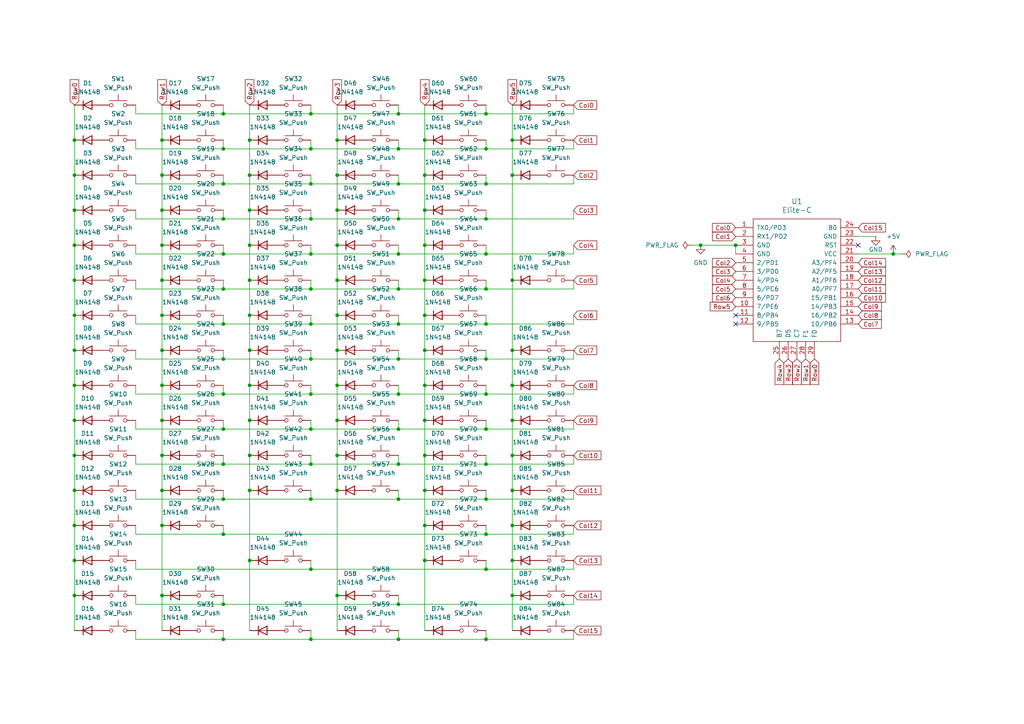
<source format=kicad_sch>
(kicad_sch (version 20231120) (generator "eeschema") (generator_version "8.0")
  (paper "A4")
  (title_block (title "Post-Mechanical  Right Compact") (date "2024-05-23") (rev "1.0") (company "Quixotic Keyboards, LLC"))
  (lib_symbols
    (symbol "Diode:1N4148" (pin_numbers hide) (pin_names hide)
      (property "Reference" "D" (at 0 2.54 0))
      (property "Value" "1N4148" (at 0 -2.54 0))
      (symbol "1N4148_1_1"
        (pin passive line (at -3.81 0 0) (length 2.54) (name "K") (number "1"))
        (pin passive line (at 3.81 0 180) (length 2.54) (name "A") (number "2"))
      )
    )
    (symbol "Keebio_Parts:Elite-C" (pin_names (offset 1.016))
      (property "Reference" "U" (at 0 0 0))
      (property "Value" "Elite-C" (at 0 2.54 0))
      (symbol "Elite-C_1_1"
        (pin input line (at -17.78 13.97 0) (length 5.08) (name "TX0/PD3") (number "1"))
        (pin input line (at -17.78 -8.89 0) (length 5.08) (name "7/PE6") (number "10"))
        (pin input line (at -17.78 -11.43 0) (length 5.08) (name "8/PB4") (number "11"))
        (pin input line (at -17.78 -13.97 0) (length 5.08) (name "9/PB5") (number "12"))
        (pin input line (at 17.78 -13.97 180) (length 5.08) (name "10/PB6") (number "13"))
        (pin input line (at 17.78 -11.43 180) (length 5.08) (name "16/PB2") (number "14"))
        (pin input line (at 17.78 -8.89 180) (length 5.08) (name "14/PB3") (number "15"))
        (pin input line (at 17.78 -6.35 180) (length 5.08) (name "15/PB1") (number "16"))
        (pin input line (at 17.78 -3.81 180) (length 5.08) (name "A0/PF7") (number "17"))
        (pin input line (at 17.78 -1.27 180) (length 5.08) (name "A1/PF6") (number "18"))
        (pin input line (at 17.78 1.27 180) (length 5.08) (name "A2/PF5") (number "19"))
        (pin input line (at -17.78 11.43 0) (length 5.08) (name "RX1/PD2") (number "2"))
        (pin input line (at 17.78 3.81 180) (length 5.08) (name "A3/PF4") (number "20"))
        (pin input line (at 17.78 6.35 180) (length 5.08) (name "VCC") (number "21"))
        (pin input line (at 17.78 8.89 180) (length 5.08) (name "RST") (number "22"))
        (pin input line (at 17.78 11.43 180) (length 5.08) (name "GND") (number "23"))
        (pin input line (at 17.78 13.97 180) (length 5.08) (name "B0") (number "24"))
        (pin input line (at -5.08 -24.13 90) (length 5.08) (name "B7") (number "25"))
        (pin input line (at -2.54 -24.13 90) (length 5.08) (name "D5") (number "26"))
        (pin input line (at 0 -24.13 90) (length 5.08) (name "C7") (number "27"))
        (pin input line (at 2.54 -24.13 90) (length 5.08) (name "F1") (number "28"))
        (pin input line (at 5.08 -24.13 90) (length 5.08) (name "F0") (number "29"))
        (pin input line (at -17.78 8.89 0) (length 5.08) (name "GND") (number "3"))
        (pin input line (at -17.78 6.35 0) (length 5.08) (name "GND") (number "4"))
        (pin input line (at -17.78 3.81 0) (length 5.08) (name "2/PD1") (number "5"))
        (pin input line (at -17.78 1.27 0) (length 5.08) (name "3/PD0") (number "6"))
        (pin input line (at -17.78 -1.27 0) (length 5.08) (name "4/PD4") (number "7"))
        (pin input line (at -17.78 -3.81 0) (length 5.08) (name "5/PC6") (number "8"))
        (pin input line (at -17.78 -6.35 0) (length 5.08) (name "6/PD7") (number "9"))
      )
    )
    (symbol "Switch:SW_Push" (pin_numbers hide) (pin_names (offset 1.016) hide)
      (property "Reference" "SW" (at 1.27 2.54 0))
      (property "Value" "SW_Push" (at 0 -1.524 0))
      (symbol "SW_Push_0_1"
        (pin passive line (at -5.08 0 0) (length 2.54) (name "1") (number "1"))
        (pin passive line (at 5.08 0 180) (length 2.54) (name "2") (number "2"))
      )
    )
    (symbol "power:+5V" (power) (pin_numbers hide) (pin_names (offset 0) hide)
      (property "Value" "+5V" (at 0 3.556 0))
      (symbol "+5V_1_1"
        (pin power_in line (at 0 0 90) (length 0) (name "~") (number "1"))
      )
    )
    (symbol "power:GND" (power) (pin_numbers hide) (pin_names (offset 0) hide)
      (property "Value" "GND" (at 0 -3.81 0))
      (symbol "GND_1_1"
        (pin power_in line (at 0 0 270) (length 0) (name "~") (number "1"))
      )
    )
    (symbol "power:PWR_FLAG" (power) (pin_numbers hide) (pin_names (offset 0) hide)
      (property "Value" "PWR_FLAG" (at 0 3.81 0))
      (symbol "PWR_FLAG_0_0"
        (pin power_out line (at 0 0 90) (length 0) (name "~") (number "1"))
      )
    )
  )
  (junction (at 259.08 73.66))
  (junction (at 21.59 142.24))
  (junction (at 123.19 121.92))
  (junction (at 97.79 142.24))
  (junction (at 140.97 185.42))
  (junction (at 148.59 81.28))
  (junction (at 140.97 83.82))
  (junction (at 72.39 111.76))
  (junction (at 21.59 60.96))
  (junction (at 148.59 50.8))
  (junction (at 90.17 93.98))
  (junction (at 115.57 53.34))
  (junction (at 21.59 121.92))
  (junction (at 97.79 111.76))
  (junction (at 148.59 172.72))
  (junction (at 140.97 63.5))
  (junction (at 21.59 172.72))
  (junction (at 64.77 175.26))
  (junction (at 90.17 124.46))
  (junction (at 123.19 60.96))
  (junction (at 123.19 162.56))
  (junction (at 90.17 185.42))
  (junction (at 64.77 93.98))
  (junction (at 123.19 81.28))
  (junction (at 123.19 152.4))
  (junction (at 46.99 152.4))
  (junction (at 148.59 111.76))
  (junction (at 72.39 50.8))
  (junction (at 46.99 101.6))
  (junction (at 140.97 43.18))
  (junction (at 97.79 101.6))
  (junction (at 72.39 71.12))
  (junction (at 115.57 144.78))
  (junction (at 203.2 71.12))
  (junction (at 90.17 53.34))
  (junction (at 97.79 132.08))
  (junction (at 64.77 53.34))
  (junction (at 64.77 185.42))
  (junction (at 115.57 83.82))
  (junction (at 72.39 60.96))
  (junction (at 115.57 33.02))
  (junction (at 123.19 50.8))
  (junction (at 123.19 132.08))
  (junction (at 72.39 142.24))
  (junction (at 21.59 162.56))
  (junction (at 123.19 71.12))
  (junction (at 115.57 114.3))
  (junction (at 21.59 152.4))
  (junction (at 46.99 91.44))
  (junction (at 46.99 60.96))
  (junction (at 21.59 91.44))
  (junction (at 115.57 185.42))
  (junction (at 90.17 114.3))
  (junction (at 148.59 40.64))
  (junction (at 140.97 154.94))
  (junction (at 46.99 81.28))
  (junction (at 148.59 152.4))
  (junction (at 90.17 33.02))
  (junction (at 64.77 104.14))
  (junction (at 21.59 101.6))
  (junction (at 115.57 124.46))
  (junction (at 46.99 111.76))
  (junction (at 123.19 91.44))
  (junction (at 140.97 114.3))
  (junction (at 90.17 134.62))
  (junction (at 72.39 40.64))
  (junction (at 64.77 124.46))
  (junction (at 140.97 73.66))
  (junction (at 72.39 162.56))
  (junction (at 64.77 134.62))
  (junction (at 213.36 71.12))
  (junction (at 21.59 132.08))
  (junction (at 90.17 43.18))
  (junction (at 115.57 43.18))
  (junction (at 97.79 60.96))
  (junction (at 148.59 121.92))
  (junction (at 64.77 83.82))
  (junction (at 72.39 81.28))
  (junction (at 115.57 175.26))
  (junction (at 140.97 165.1))
  (junction (at 72.39 101.6))
  (junction (at 97.79 121.92))
  (junction (at 90.17 165.1))
  (junction (at 140.97 144.78))
  (junction (at 115.57 93.98))
  (junction (at 115.57 63.5))
  (junction (at 46.99 132.08))
  (junction (at 46.99 121.92))
  (junction (at 148.59 162.56))
  (junction (at 123.19 40.64))
  (junction (at 140.97 93.98))
  (junction (at 21.59 71.12))
  (junction (at 90.17 63.5))
  (junction (at 148.59 101.6))
  (junction (at 72.39 121.92))
  (junction (at 115.57 134.62))
  (junction (at 46.99 71.12))
  (junction (at 46.99 40.64))
  (junction (at 46.99 50.8))
  (junction (at 21.59 50.8))
  (junction (at 90.17 83.82))
  (junction (at 97.79 50.8))
  (junction (at 115.57 104.14))
  (junction (at 140.97 134.62))
  (junction (at 140.97 53.34))
  (junction (at 64.77 114.3))
  (junction (at 46.99 142.24))
  (junction (at 64.77 33.02))
  (junction (at 140.97 33.02))
  (junction (at 90.17 73.66))
  (junction (at 64.77 73.66))
  (junction (at 64.77 43.18))
  (junction (at 97.79 81.28))
  (junction (at 64.77 144.78))
  (junction (at 21.59 111.76))
  (junction (at 21.59 81.28))
  (junction (at 97.79 91.44))
  (junction (at 72.39 132.08))
  (junction (at 72.39 91.44))
  (junction (at 64.77 154.94))
  (junction (at 90.17 104.14))
  (junction (at 148.59 132.08))
  (junction (at 123.19 111.76))
  (junction (at 97.79 71.12))
  (junction (at 97.79 172.72))
  (junction (at 148.59 142.24))
  (junction (at 123.19 142.24))
  (junction (at 64.77 63.5))
  (junction (at 46.99 172.72))
  (junction (at 97.79 40.64))
  (junction (at 115.57 73.66))
  (junction (at 140.97 104.14))
  (junction (at 90.17 144.78))
  (junction (at 21.59 40.64))
  (junction (at 123.19 101.6))
  (junction (at 140.97 124.46))
  (no_connect (at 248.92 71.12))
  (no_connect (at 213.36 93.98))
  (no_connect (at 213.36 91.44))
  (wire (pts (xy 97.79 101.6) (xy 97.79 111.76)))
  (wire (pts (xy 90.17 81.28) (xy 90.17 83.82)))
  (wire (pts (xy 90.17 83.82) (xy 115.57 83.82)))
  (wire (pts (xy 140.97 104.14) (xy 166.37 104.14)))
  (wire (pts (xy 72.39 91.44) (xy 72.39 101.6)))
  (wire (pts (xy 90.17 91.44) (xy 90.17 93.98)))
  (wire (pts (xy 115.57 142.24) (xy 115.57 144.78)))
  (wire (pts (xy 64.77 73.66) (xy 90.17 73.66)))
  (wire (pts (xy 90.17 104.14) (xy 115.57 104.14)))
  (wire (pts (xy 90.17 73.66) (xy 115.57 73.66)))
  (wire (pts (xy 97.79 71.12) (xy 97.79 81.28)))
  (wire (pts (xy 64.77 53.34) (xy 90.17 53.34)))
  (wire (pts (xy 123.19 162.56) (xy 123.19 182.88)))
  (wire (pts (xy 166.37 111.76) (xy 166.37 114.3)))
  (wire (pts (xy 39.37 53.34) (xy 64.77 53.34)))
  (wire (pts (xy 46.99 40.64) (xy 46.99 50.8)))
  (wire (pts (xy 46.99 121.92) (xy 46.99 132.08)))
  (wire (pts (xy 39.37 172.72) (xy 39.37 175.26)))
  (wire (pts (xy 140.97 71.12) (xy 140.97 73.66)))
  (wire (pts (xy 123.19 121.92) (xy 123.19 132.08)))
  (wire (pts (xy 123.19 132.08) (xy 123.19 142.24)))
  (wire (pts (xy 140.97 81.28) (xy 140.97 83.82)))
  (wire (pts (xy 46.99 91.44) (xy 46.99 101.6)))
  (wire (pts (xy 21.59 142.24) (xy 21.59 152.4)))
  (wire (pts (xy 39.37 81.28) (xy 39.37 83.82)))
  (wire (pts (xy 64.77 81.28) (xy 64.77 83.82)))
  (wire (pts (xy 140.97 60.96) (xy 140.97 63.5)))
  (wire (pts (xy 115.57 132.08) (xy 115.57 134.62)))
  (wire (pts (xy 39.37 182.88) (xy 39.37 185.42)))
  (wire (pts (xy 39.37 165.1) (xy 90.17 165.1)))
  (wire (pts (xy 21.59 162.56) (xy 21.59 172.72)))
  (wire (pts (xy 213.36 71.12) (xy 213.36 73.66)))
  (wire (pts (xy 115.57 134.62) (xy 140.97 134.62)))
  (wire (pts (xy 39.37 134.62) (xy 64.77 134.62)))
  (wire (pts (xy 72.39 81.28) (xy 72.39 91.44)))
  (wire (pts (xy 90.17 124.46) (xy 115.57 124.46)))
  (wire (pts (xy 166.37 162.56) (xy 166.37 165.1)))
  (wire (pts (xy 72.39 101.6) (xy 72.39 111.76)))
  (wire (pts (xy 39.37 152.4) (xy 39.37 154.94)))
  (wire (pts (xy 64.77 172.72) (xy 64.77 175.26)))
  (wire (pts (xy 123.19 30.48) (xy 123.19 40.64)))
  (wire (pts (xy 166.37 142.24) (xy 166.37 144.78)))
  (wire (pts (xy 140.97 93.98) (xy 166.37 93.98)))
  (wire (pts (xy 90.17 185.42) (xy 115.57 185.42)))
  (wire (pts (xy 72.39 111.76) (xy 72.39 121.92)))
  (wire (pts (xy 115.57 111.76) (xy 115.57 114.3)))
  (wire (pts (xy 46.99 111.76) (xy 46.99 121.92)))
  (wire (pts (xy 90.17 165.1) (xy 140.97 165.1)))
  (wire (pts (xy 90.17 50.8) (xy 90.17 53.34)))
  (wire (pts (xy 39.37 40.64) (xy 39.37 43.18)))
  (wire (pts (xy 90.17 53.34) (xy 115.57 53.34)))
  (wire (pts (xy 97.79 111.76) (xy 97.79 121.92)))
  (wire (pts (xy 64.77 63.5) (xy 90.17 63.5)))
  (wire (pts (xy 166.37 101.6) (xy 166.37 104.14)))
  (wire (pts (xy 39.37 185.42) (xy 64.77 185.42)))
  (wire (pts (xy 46.99 172.72) (xy 46.99 182.88)))
  (wire (pts (xy 64.77 93.98) (xy 90.17 93.98)))
  (wire (pts (xy 64.77 104.14) (xy 90.17 104.14)))
  (wire (pts (xy 39.37 175.26) (xy 64.77 175.26)))
  (wire (pts (xy 72.39 50.8) (xy 72.39 60.96)))
  (wire (pts (xy 21.59 111.76) (xy 21.59 121.92)))
  (wire (pts (xy 166.37 30.48) (xy 166.37 33.02)))
  (wire (pts (xy 21.59 50.8) (xy 21.59 60.96)))
  (wire (pts (xy 21.59 30.48) (xy 21.59 40.64)))
  (wire (pts (xy 90.17 121.92) (xy 90.17 124.46)))
  (wire (pts (xy 64.77 175.26) (xy 115.57 175.26)))
  (wire (pts (xy 64.77 40.64) (xy 64.77 43.18)))
  (wire (pts (xy 39.37 154.94) (xy 64.77 154.94)))
  (wire (pts (xy 115.57 33.02) (xy 140.97 33.02)))
  (wire (pts (xy 140.97 53.34) (xy 166.37 53.34)))
  (wire (pts (xy 39.37 93.98) (xy 64.77 93.98)))
  (wire (pts (xy 148.59 121.92) (xy 148.59 132.08)))
  (wire (pts (xy 72.39 142.24) (xy 72.39 162.56)))
  (wire (pts (xy 46.99 71.12) (xy 46.99 81.28)))
  (wire (pts (xy 39.37 111.76) (xy 39.37 114.3)))
  (wire (pts (xy 140.97 162.56) (xy 140.97 165.1)))
  (wire (pts (xy 46.99 142.24) (xy 46.99 152.4)))
  (wire (pts (xy 21.59 132.08) (xy 21.59 142.24)))
  (wire (pts (xy 140.97 121.92) (xy 140.97 124.46)))
  (wire (pts (xy 115.57 91.44) (xy 115.57 93.98)))
  (wire (pts (xy 140.97 152.4) (xy 140.97 154.94)))
  (wire (pts (xy 140.97 63.5) (xy 166.37 63.5)))
  (wire (pts (xy 248.92 73.66) (xy 259.08 73.66)))
  (wire (pts (xy 140.97 91.44) (xy 140.97 93.98)))
  (wire (pts (xy 64.77 83.82) (xy 90.17 83.82)))
  (wire (pts (xy 148.59 111.76) (xy 148.59 121.92)))
  (wire (pts (xy 200.66 71.12) (xy 203.2 71.12)))
  (wire (pts (xy 90.17 30.48) (xy 90.17 33.02)))
  (wire (pts (xy 115.57 71.12) (xy 115.57 73.66)))
  (wire (pts (xy 90.17 71.12) (xy 90.17 73.66)))
  (wire (pts (xy 115.57 81.28) (xy 115.57 83.82)))
  (wire (pts (xy 39.37 142.24) (xy 39.37 144.78)))
  (wire (pts (xy 64.77 132.08) (xy 64.77 134.62)))
  (wire (pts (xy 148.59 162.56) (xy 148.59 172.72)))
  (wire (pts (xy 72.39 60.96) (xy 72.39 71.12)))
  (wire (pts (xy 39.37 33.02) (xy 64.77 33.02)))
  (wire (pts (xy 166.37 71.12) (xy 166.37 73.66)))
  (wire (pts (xy 64.77 154.94) (xy 140.97 154.94)))
  (wire (pts (xy 148.59 142.24) (xy 148.59 152.4)))
  (wire (pts (xy 115.57 124.46) (xy 140.97 124.46)))
  (wire (pts (xy 115.57 182.88) (xy 115.57 185.42)))
  (wire (pts (xy 46.99 132.08) (xy 46.99 142.24)))
  (wire (pts (xy 90.17 43.18) (xy 115.57 43.18)))
  (wire (pts (xy 140.97 33.02) (xy 166.37 33.02)))
  (wire (pts (xy 72.39 71.12) (xy 72.39 81.28)))
  (wire (pts (xy 39.37 83.82) (xy 64.77 83.82)))
  (wire (pts (xy 123.19 111.76) (xy 123.19 121.92)))
  (wire (pts (xy 261.62 73.66) (xy 259.08 73.66)))
  (wire (pts (xy 166.37 40.64) (xy 166.37 43.18)))
  (wire (pts (xy 140.97 154.94) (xy 166.37 154.94)))
  (wire (pts (xy 140.97 134.62) (xy 166.37 134.62)))
  (wire (pts (xy 140.97 43.18) (xy 166.37 43.18)))
  (wire (pts (xy 115.57 60.96) (xy 115.57 63.5)))
  (wire (pts (xy 39.37 124.46) (xy 64.77 124.46)))
  (wire (pts (xy 140.97 182.88) (xy 140.97 185.42)))
  (wire (pts (xy 64.77 124.46) (xy 90.17 124.46)))
  (wire (pts (xy 72.39 40.64) (xy 72.39 50.8)))
  (wire (pts (xy 64.77 144.78) (xy 90.17 144.78)))
  (wire (pts (xy 39.37 101.6) (xy 39.37 104.14)))
  (wire (pts (xy 123.19 152.4) (xy 123.19 162.56)))
  (wire (pts (xy 46.99 50.8) (xy 46.99 60.96)))
  (wire (pts (xy 72.39 162.56) (xy 72.39 182.88)))
  (wire (pts (xy 39.37 114.3) (xy 64.77 114.3)))
  (wire (pts (xy 64.77 71.12) (xy 64.77 73.66)))
  (wire (pts (xy 64.77 91.44) (xy 64.77 93.98)))
  (wire (pts (xy 46.99 101.6) (xy 46.99 111.76)))
  (wire (pts (xy 90.17 142.24) (xy 90.17 144.78)))
  (wire (pts (xy 166.37 50.8) (xy 166.37 53.34)))
  (wire (pts (xy 39.37 144.78) (xy 64.77 144.78)))
  (wire (pts (xy 140.97 83.82) (xy 115.57 83.82)))
  (wire (pts (xy 140.97 73.66) (xy 166.37 73.66)))
  (wire (pts (xy 115.57 43.18) (xy 140.97 43.18)))
  (wire (pts (xy 21.59 40.64) (xy 21.59 50.8)))
  (wire (pts (xy 39.37 30.48) (xy 39.37 33.02)))
  (wire (pts (xy 97.79 142.24) (xy 97.79 172.72)))
  (wire (pts (xy 64.77 33.02) (xy 90.17 33.02)))
  (wire (pts (xy 21.59 71.12) (xy 21.59 81.28)))
  (wire (pts (xy 123.19 81.28) (xy 123.19 91.44)))
  (wire (pts (xy 148.59 50.8) (xy 148.59 81.28)))
  (wire (pts (xy 140.97 30.48) (xy 140.97 33.02)))
  (wire (pts (xy 39.37 162.56) (xy 39.37 165.1)))
  (wire (pts (xy 148.59 101.6) (xy 148.59 111.76)))
  (wire (pts (xy 97.79 50.8) (xy 97.79 60.96)))
  (wire (pts (xy 90.17 144.78) (xy 115.57 144.78)))
  (wire (pts (xy 46.99 152.4) (xy 46.99 172.72)))
  (wire (pts (xy 115.57 50.8) (xy 115.57 53.34)))
  (wire (pts (xy 90.17 132.08) (xy 90.17 134.62)))
  (wire (pts (xy 140.97 40.64) (xy 140.97 43.18)))
  (wire (pts (xy 90.17 101.6) (xy 90.17 104.14)))
  (wire (pts (xy 140.97 142.24) (xy 140.97 144.78)))
  (wire (pts (xy 166.37 81.28) (xy 166.37 83.82)))
  (wire (pts (xy 64.77 43.18) (xy 90.17 43.18)))
  (wire (pts (xy 115.57 185.42) (xy 140.97 185.42)))
  (wire (pts (xy 39.37 63.5) (xy 64.77 63.5)))
  (wire (pts (xy 64.77 114.3) (xy 90.17 114.3)))
  (wire (pts (xy 123.19 40.64) (xy 123.19 50.8)))
  (wire (pts (xy 64.77 142.24) (xy 64.77 144.78)))
  (wire (pts (xy 21.59 152.4) (xy 21.59 162.56)))
  (wire (pts (xy 90.17 182.88) (xy 90.17 185.42)))
  (wire (pts (xy 64.77 50.8) (xy 64.77 53.34)))
  (wire (pts (xy 21.59 121.92) (xy 21.59 132.08)))
  (wire (pts (xy 123.19 50.8) (xy 123.19 60.96)))
  (wire (pts (xy 166.37 91.44) (xy 166.37 93.98)))
  (wire (pts (xy 115.57 73.66) (xy 140.97 73.66)))
  (wire (pts (xy 140.97 132.08) (xy 140.97 134.62)))
  (wire (pts (xy 148.59 30.48) (xy 148.59 40.64)))
  (wire (pts (xy 90.17 33.02) (xy 115.57 33.02)))
  (wire (pts (xy 97.79 30.48) (xy 97.79 40.64)))
  (wire (pts (xy 97.79 121.92) (xy 97.79 132.08)))
  (wire (pts (xy 64.77 30.48) (xy 64.77 33.02)))
  (wire (pts (xy 90.17 63.5) (xy 115.57 63.5)))
  (wire (pts (xy 140.97 185.42) (xy 166.37 185.42)))
  (wire (pts (xy 46.99 30.48) (xy 46.99 40.64)))
  (wire (pts (xy 115.57 101.6) (xy 115.57 104.14)))
  (wire (pts (xy 39.37 71.12) (xy 39.37 73.66)))
  (wire (pts (xy 123.19 101.6) (xy 123.19 111.76)))
  (wire (pts (xy 39.37 73.66) (xy 64.77 73.66)))
  (wire (pts (xy 123.19 60.96) (xy 123.19 71.12)))
  (wire (pts (xy 123.19 71.12) (xy 123.19 81.28)))
  (wire (pts (xy 64.77 134.62) (xy 90.17 134.62)))
  (wire (pts (xy 90.17 111.76) (xy 90.17 114.3)))
  (wire (pts (xy 97.79 40.64) (xy 97.79 50.8)))
  (wire (pts (xy 39.37 91.44) (xy 39.37 93.98)))
  (wire (pts (xy 115.57 53.34) (xy 140.97 53.34)))
  (wire (pts (xy 115.57 63.5) (xy 140.97 63.5)))
  (wire (pts (xy 97.79 60.96) (xy 97.79 71.12)))
  (wire (pts (xy 90.17 60.96) (xy 90.17 63.5)))
  (wire (pts (xy 39.37 121.92) (xy 39.37 124.46)))
  (wire (pts (xy 115.57 30.48) (xy 115.57 33.02)))
  (wire (pts (xy 97.79 81.28) (xy 97.79 91.44)))
  (wire (pts (xy 148.59 172.72) (xy 148.59 182.88)))
  (wire (pts (xy 72.39 132.08) (xy 72.39 142.24)))
  (wire (pts (xy 115.57 144.78) (xy 140.97 144.78)))
  (wire (pts (xy 64.77 152.4) (xy 64.77 154.94)))
  (wire (pts (xy 140.97 111.76) (xy 140.97 114.3)))
  (wire (pts (xy 21.59 81.28) (xy 21.59 91.44)))
  (wire (pts (xy 248.92 68.58) (xy 254 68.58)))
  (wire (pts (xy 166.37 121.92) (xy 166.37 124.46)))
  (wire (pts (xy 64.77 111.76) (xy 64.77 114.3)))
  (wire (pts (xy 115.57 104.14) (xy 140.97 104.14)))
  (wire (pts (xy 140.97 83.82) (xy 166.37 83.82)))
  (wire (pts (xy 21.59 101.6) (xy 21.59 111.76)))
  (wire (pts (xy 21.59 91.44) (xy 21.59 101.6)))
  (wire (pts (xy 64.77 60.96) (xy 64.77 63.5)))
  (wire (pts (xy 148.59 132.08) (xy 148.59 142.24)))
  (wire (pts (xy 97.79 132.08) (xy 97.79 142.24)))
  (wire (pts (xy 140.97 114.3) (xy 166.37 114.3)))
  (wire (pts (xy 72.39 30.48) (xy 72.39 40.64)))
  (wire (pts (xy 140.97 124.46) (xy 166.37 124.46)))
  (wire (pts (xy 166.37 132.08) (xy 166.37 134.62)))
  (wire (pts (xy 90.17 134.62) (xy 115.57 134.62)))
  (wire (pts (xy 123.19 91.44) (xy 123.19 101.6)))
  (wire (pts (xy 72.39 121.92) (xy 72.39 132.08)))
  (wire (pts (xy 64.77 182.88) (xy 64.77 185.42)))
  (wire (pts (xy 115.57 40.64) (xy 115.57 43.18)))
  (wire (pts (xy 115.57 93.98) (xy 140.97 93.98)))
  (wire (pts (xy 166.37 60.96) (xy 166.37 63.5)))
  (wire (pts (xy 166.37 152.4) (xy 166.37 154.94)))
  (wire (pts (xy 123.19 142.24) (xy 123.19 152.4)))
  (wire (pts (xy 90.17 114.3) (xy 115.57 114.3)))
  (wire (pts (xy 140.97 165.1) (xy 166.37 165.1)))
  (wire (pts (xy 39.37 104.14) (xy 64.77 104.14)))
  (wire (pts (xy 90.17 40.64) (xy 90.17 43.18)))
  (wire (pts (xy 39.37 132.08) (xy 39.37 134.62)))
  (wire (pts (xy 64.77 185.42) (xy 90.17 185.42)))
  (wire (pts (xy 90.17 93.98) (xy 115.57 93.98)))
  (wire (pts (xy 115.57 121.92) (xy 115.57 124.46)))
  (wire (pts (xy 64.77 101.6) (xy 64.77 104.14)))
  (wire (pts (xy 39.37 43.18) (xy 64.77 43.18)))
  (wire (pts (xy 115.57 175.26) (xy 166.37 175.26)))
  (wire (pts (xy 21.59 172.72) (xy 21.59 182.88)))
  (wire (pts (xy 46.99 60.96) (xy 46.99 71.12)))
  (wire (pts (xy 140.97 101.6) (xy 140.97 104.14)))
  (wire (pts (xy 97.79 91.44) (xy 97.79 101.6)))
  (wire (pts (xy 166.37 172.72) (xy 166.37 175.26)))
  (wire (pts (xy 39.37 50.8) (xy 39.37 53.34)))
  (wire (pts (xy 148.59 81.28) (xy 148.59 101.6)))
  (wire (pts (xy 21.59 60.96) (xy 21.59 71.12)))
  (wire (pts (xy 97.79 172.72) (xy 97.79 182.88)))
  (wire (pts (xy 39.37 60.96) (xy 39.37 63.5)))
  (wire (pts (xy 140.97 144.78) (xy 166.37 144.78)))
  (wire (pts (xy 115.57 114.3) (xy 140.97 114.3)))
  (wire (pts (xy 64.77 121.92) (xy 64.77 124.46)))
  (wire (pts (xy 148.59 152.4) (xy 148.59 162.56)))
  (wire (pts (xy 140.97 50.8) (xy 140.97 53.34)))
  (wire (pts (xy 90.17 162.56) (xy 90.17 165.1)))
  (wire (pts (xy 148.59 40.64) (xy 148.59 50.8)))
  (wire (pts (xy 46.99 81.28) (xy 46.99 91.44)))
  (wire (pts (xy 166.37 182.88) (xy 166.37 185.42)))
  (wire (pts (xy 115.57 172.72) (xy 115.57 175.26)))
  (wire (pts (xy 203.2 71.12) (xy 213.36 71.12)))
  (global_label "Col3" (shape input) (at 213.36 78.74 180) (property "Intersheetrefs" "${INTERSHEET_REFS}" (effects (hide yes))))
  (global_label "Col7" (shape input) (at 166.37 101.6 0) (property "Intersheetrefs" "${INTERSHEET_REFS}" (effects (hide yes))))
  (global_label "Col12" (shape input) (at 248.92 81.28 0) (property "Intersheetrefs" "${INTERSHEET_REFS}" (effects (hide yes))))
  (global_label "Row4" (shape input) (at 123.19 30.48 90) (property "Intersheetrefs" "${INTERSHEET_REFS}" (effects (hide yes))))
  (global_label "Row1" (shape input) (at 46.99 30.48 90) (property "Intersheetrefs" "${INTERSHEET_REFS}" (effects (hide yes))))
  (global_label "Col12" (shape input) (at 166.37 152.4 0) (property "Intersheetrefs" "${INTERSHEET_REFS}" (effects (hide yes))))
  (global_label "Col14" (shape input) (at 248.92 76.2 0) (property "Intersheetrefs" "${INTERSHEET_REFS}" (effects (hide yes))))
  (global_label "Row5" (shape input) (at 148.59 30.48 90) (property "Intersheetrefs" "${INTERSHEET_REFS}" (effects (hide yes))))
  (global_label "Col4" (shape input) (at 166.37 71.12 0) (property "Intersheetrefs" "${INTERSHEET_REFS}" (effects (hide yes))))
  (global_label "Col9" (shape input) (at 166.37 121.92 0) (property "Intersheetrefs" "${INTERSHEET_REFS}" (effects (hide yes))))
  (global_label "Row2" (shape input) (at 231.14 104.14 270) (property "Intersheetrefs" "${INTERSHEET_REFS}" (effects (hide yes))))
  (global_label "Col4" (shape input) (at 213.36 81.28 180) (property "Intersheetrefs" "${INTERSHEET_REFS}" (effects (hide yes))))
  (global_label "Row4" (shape input) (at 226.06 104.14 270) (property "Intersheetrefs" "${INTERSHEET_REFS}" (effects (hide yes))))
  (global_label "Col3" (shape input) (at 166.37 60.96 0) (property "Intersheetrefs" "${INTERSHEET_REFS}" (effects (hide yes))))
  (global_label "Col1" (shape input) (at 166.37 40.64 0) (property "Intersheetrefs" "${INTERSHEET_REFS}" (effects (hide yes))))
  (global_label "Col15" (shape input) (at 248.92 66.04 0) (property "Intersheetrefs" "${INTERSHEET_REFS}" (effects (hide yes))))
  (global_label "Col14" (shape input) (at 166.37 172.72 0) (property "Intersheetrefs" "${INTERSHEET_REFS}" (effects (hide yes))))
  (global_label "Col2" (shape input) (at 213.36 76.2 180) (property "Intersheetrefs" "${INTERSHEET_REFS}" (effects (hide yes))))
  (global_label "Col10" (shape input) (at 166.37 132.08 0) (property "Intersheetrefs" "${INTERSHEET_REFS}" (effects (hide yes))))
  (global_label "Row0" (shape input) (at 236.22 104.14 270) (property "Intersheetrefs" "${INTERSHEET_REFS}" (effects (hide yes))))
  (global_label "Col5" (shape input) (at 213.36 83.82 180) (property "Intersheetrefs" "${INTERSHEET_REFS}" (effects (hide yes))))
  (global_label "Col0" (shape input) (at 166.37 30.48 0) (property "Intersheetrefs" "${INTERSHEET_REFS}" (effects (hide yes))))
  (global_label "Col0" (shape input) (at 213.36 66.04 180) (property "Intersheetrefs" "${INTERSHEET_REFS}" (effects (hide yes))))
  (global_label "Col1" (shape input) (at 213.36 68.58 180) (property "Intersheetrefs" "${INTERSHEET_REFS}" (effects (hide yes))))
  (global_label "Row3" (shape input) (at 97.79 30.48 90) (property "Intersheetrefs" "${INTERSHEET_REFS}" (effects (hide yes))))
  (global_label "Col5" (shape input) (at 166.37 81.28 0) (property "Intersheetrefs" "${INTERSHEET_REFS}" (effects (hide yes))))
  (global_label "Row2" (shape input) (at 72.39 30.48 90) (property "Intersheetrefs" "${INTERSHEET_REFS}" (effects (hide yes))))
  (global_label "Row0" (shape input) (at 21.59 30.48 90) (property "Intersheetrefs" "${INTERSHEET_REFS}" (effects (hide yes))))
  (global_label "Col8" (shape input) (at 248.92 91.44 0) (property "Intersheetrefs" "${INTERSHEET_REFS}" (effects (hide yes))))
  (global_label "Col11" (shape input) (at 248.92 83.82 0) (property "Intersheetrefs" "${INTERSHEET_REFS}" (effects (hide yes))))
  (global_label "Row1" (shape input) (at 233.68 104.14 270) (property "Intersheetrefs" "${INTERSHEET_REFS}" (effects (hide yes))))
  (global_label "Col10" (shape input) (at 248.92 86.36 0) (property "Intersheetrefs" "${INTERSHEET_REFS}" (effects (hide yes))))
  (global_label "Col9" (shape input) (at 248.92 88.9 0) (property "Intersheetrefs" "${INTERSHEET_REFS}" (effects (hide yes))))
  (global_label "Col11" (shape input) (at 166.37 142.24 0) (property "Intersheetrefs" "${INTERSHEET_REFS}" (effects (hide yes))))
  (global_label "Col13" (shape input) (at 248.92 78.74 0) (property "Intersheetrefs" "${INTERSHEET_REFS}" (effects (hide yes))))
  (global_label "Row3" (shape input) (at 228.6 104.14 270) (property "Intersheetrefs" "${INTERSHEET_REFS}" (effects (hide yes))))
  (global_label "Col8" (shape input) (at 166.37 111.76 0) (property "Intersheetrefs" "${INTERSHEET_REFS}" (effects (hide yes))))
  (global_label "Col15" (shape input) (at 166.37 182.88 0) (property "Intersheetrefs" "${INTERSHEET_REFS}" (effects (hide yes))))
  (global_label "Col6" (shape input) (at 166.37 91.44 0) (property "Intersheetrefs" "${INTERSHEET_REFS}" (effects (hide yes))))
  (global_label "Col6" (shape input) (at 213.36 86.36 180) (property "Intersheetrefs" "${INTERSHEET_REFS}" (effects (hide yes))))
  (global_label "Col7" (shape input) (at 248.92 93.98 0) (property "Intersheetrefs" "${INTERSHEET_REFS}" (effects (hide yes))))
  (global_label "Row5" (shape input) (at 213.36 88.9 180) (property "Intersheetrefs" "${INTERSHEET_REFS}" (effects (hide yes))))
  (global_label "Col13" (shape input) (at 166.37 162.56 0) (property "Intersheetrefs" "${INTERSHEET_REFS}" (effects (hide yes))))
  (global_label "Col2" (shape input) (at 166.37 50.8 0) (property "Intersheetrefs" "${INTERSHEET_REFS}" (effects (hide yes))))
  (symbol (lib_id "Diode:1N4148") (at 50.8 142.24 0) (unit 1)
    (property "Reference" "D28" (at 50.8 135.89 0))
    (property "Value" "1N4148" (at 50.8 138.43 0))
    (property "Footprint" "Diode_THT:D_DO-35_SOD27_P7.62mm_Horizontal" (effects (hide yes)))
    (property "Datasheet" "https://assets.nexperia.com/documents/data-sheet/1N4148_1N4448.pdf" (effects (hide yes)))
    (property "Description" "100V 0.15A standard switching diode, DO-35" (effects (hide yes)))
    (property "Sim.Device" "D" (effects (hide yes)))
    (property "Sim.Pins" "1=K 2=A" (effects (hide yes)))
  )
  (symbol (lib_id "Switch:SW_Push") (at 85.09 182.88 0) (unit 1)
    (property "Reference" "SW45" (at 85.09 175.26 0))
    (property "Value" "SW_Push" (at 85.09 177.8 0))
    (property "Footprint" "Button_Switch_Keyboard:SW_Cherry_MX_1.00u_PCB" (effects (hide yes)))
    (property "Description" "Push button switch, generic, two pins" (effects (hide yes)))
  )
  (symbol (lib_id "Diode:1N4148") (at 101.6 40.64 0) (unit 1)
    (property "Reference" "D47" (at 101.6 34.29 0))
    (property "Value" "1N4148" (at 101.6 36.83 0))
    (property "Footprint" "Diode_THT:D_DO-35_SOD27_P7.62mm_Horizontal" (effects (hide yes)))
    (property "Datasheet" "https://assets.nexperia.com/documents/data-sheet/1N4148_1N4448.pdf" (effects (hide yes)))
    (property "Description" "100V 0.15A standard switching diode, DO-35" (effects (hide yes)))
    (property "Sim.Device" "D" (effects (hide yes)))
    (property "Sim.Pins" "1=K 2=A" (effects (hide yes)))
  )
  (symbol (lib_id "Diode:1N4148") (at 127 111.76 0) (unit 1)
    (property "Reference" "D68" (at 127 105.41 0))
    (property "Value" "1N4148" (at 127 107.95 0))
    (property "Footprint" "Diode_THT:D_DO-35_SOD27_P7.62mm_Horizontal" (effects (hide yes)))
    (property "Datasheet" "https://assets.nexperia.com/documents/data-sheet/1N4148_1N4448.pdf" (effects (hide yes)))
    (property "Description" "100V 0.15A standard switching diode, DO-35" (effects (hide yes)))
    (property "Sim.Device" "D" (effects (hide yes)))
    (property "Sim.Pins" "1=K 2=A" (effects (hide yes)))
  )
  (symbol (lib_id "Diode:1N4148") (at 152.4 152.4 0) (unit 1)
    (property "Reference" "D82" (at 152.4 146.05 0))
    (property "Value" "1N4148" (at 152.4 148.59 0))
    (property "Footprint" "Diode_THT:D_DO-35_SOD27_P7.62mm_Horizontal" (effects (hide yes)))
    (property "Datasheet" "https://assets.nexperia.com/documents/data-sheet/1N4148_1N4448.pdf" (effects (hide yes)))
    (property "Description" "100V 0.15A standard switching diode, DO-35" (effects (hide yes)))
    (property "Sim.Device" "D" (effects (hide yes)))
    (property "Sim.Pins" "1=K 2=A" (effects (hide yes)))
  )
  (symbol (lib_id "power:GND") (at 203.2 71.12 0) (unit 1)
    (property "Reference" "#PWR01" (effects (hide yes)))
    (property "Value" "GND" (at 203.2 76.2 0))
    (property "Description" "Power symbol creates a global label with name \"GND\" , ground" (effects (hide yes)))
  )
  (symbol (lib_id "Switch:SW_Push") (at 59.69 182.88 0) (unit 1)
    (property "Reference" "SW31" (at 59.69 175.26 0))
    (property "Value" "SW_Push" (at 59.69 177.8 0))
    (property "Footprint" "Button_Switch_Keyboard:SW_Cherry_MX_1.00u_PCB" (effects (hide yes)))
    (property "Description" "Push button switch, generic, two pins" (effects (hide yes)))
  )
  (symbol (lib_id "Switch:SW_Push") (at 85.09 40.64 0) (unit 1)
    (property "Reference" "SW33" (at 85.09 33.02 0))
    (property "Value" "SW_Push" (at 85.09 35.56 0))
    (property "Footprint" "Button_Switch_Keyboard:SW_Cherry_MX_1.00u_PCB" (effects (hide yes)))
    (property "Description" "Push button switch, generic, two pins" (effects (hide yes)))
  )
  (symbol (lib_id "Switch:SW_Push") (at 161.29 40.64 0) (unit 1)
    (property "Reference" "SW76" (at 161.29 33.02 0))
    (property "Value" "SW_Push" (at 161.29 35.56 0))
    (property "Footprint" "Button_Switch_Keyboard:SW_Cherry_MX_1.00u_PCB" (effects (hide yes)))
    (property "Description" "Push button switch, generic, two pins" (effects (hide yes)))
  )
  (symbol (lib_id "Switch:SW_Push") (at 161.29 132.08 0) (unit 1)
    (property "Reference" "SW81" (at 161.29 124.46 0))
    (property "Value" "SW_Push" (at 161.29 127 0))
    (property "Footprint" "Button_Switch_Keyboard:SW_Cherry_MX_1.00u_PCB" (effects (hide yes)))
    (property "Description" "Push button switch, generic, two pins" (effects (hide yes)))
  )
  (symbol (lib_id "Switch:SW_Push") (at 85.09 91.44 0) (unit 1)
    (property "Reference" "SW38" (at 85.09 83.82 0))
    (property "Value" "SW_Push" (at 85.09 86.36 0))
    (property "Footprint" "Button_Switch_Keyboard:SW_Cherry_MX_1.00u_PCB" (effects (hide yes)))
    (property "Description" "Push button switch, generic, two pins" (effects (hide yes)))
  )
  (symbol (lib_id "Diode:1N4148") (at 50.8 91.44 0) (unit 1)
    (property "Reference" "D23" (at 50.8 85.09 0))
    (property "Value" "1N4148" (at 50.8 87.63 0))
    (property "Footprint" "Diode_THT:D_DO-35_SOD27_P7.62mm_Horizontal" (effects (hide yes)))
    (property "Datasheet" "https://assets.nexperia.com/documents/data-sheet/1N4148_1N4448.pdf" (effects (hide yes)))
    (property "Description" "100V 0.15A standard switching diode, DO-35" (effects (hide yes)))
    (property "Sim.Device" "D" (effects (hide yes)))
    (property "Sim.Pins" "1=K 2=A" (effects (hide yes)))
  )
  (symbol (lib_id "Switch:SW_Push") (at 59.69 152.4 0) (unit 1)
    (property "Reference" "SW29" (at 59.69 144.78 0))
    (property "Value" "SW_Push" (at 59.69 147.32 0))
    (property "Footprint" "Button_Switch_Keyboard:SW_Cherry_MX_1.00u_PCB" (effects (hide yes)))
    (property "Description" "Push button switch, generic, two pins" (effects (hide yes)))
  )
  (symbol (lib_id "Diode:1N4148") (at 76.2 142.24 0) (unit 1)
    (property "Reference" "D43" (at 76.2 135.89 0))
    (property "Value" "1N4148" (at 76.2 138.43 0))
    (property "Footprint" "Diode_THT:D_DO-35_SOD27_P7.62mm_Horizontal" (effects (hide yes)))
    (property "Datasheet" "https://assets.nexperia.com/documents/data-sheet/1N4148_1N4448.pdf" (effects (hide yes)))
    (property "Description" "100V 0.15A standard switching diode, DO-35" (effects (hide yes)))
    (property "Sim.Device" "D" (effects (hide yes)))
    (property "Sim.Pins" "1=K 2=A" (effects (hide yes)))
  )
  (symbol (lib_id "Diode:1N4148") (at 25.4 60.96 0) (unit 1)
    (property "Reference" "D4" (at 25.4 54.61 0))
    (property "Value" "1N4148" (at 25.4 57.15 0))
    (property "Footprint" "Diode_THT:D_DO-35_SOD27_P7.62mm_Horizontal" (effects (hide yes)))
    (property "Datasheet" "https://assets.nexperia.com/documents/data-sheet/1N4148_1N4448.pdf" (effects (hide yes)))
    (property "Description" "100V 0.15A standard switching diode, DO-35" (effects (hide yes)))
    (property "Sim.Device" "D" (effects (hide yes)))
    (property "Sim.Pins" "1=K 2=A" (effects (hide yes)))
  )
  (symbol (lib_id "Diode:1N4148") (at 76.2 91.44 0) (unit 1)
    (property "Reference" "D38" (at 76.2 85.09 0))
    (property "Value" "1N4148" (at 76.2 87.63 0))
    (property "Footprint" "Diode_THT:D_DO-35_SOD27_P7.62mm_Horizontal" (effects (hide yes)))
    (property "Datasheet" "https://assets.nexperia.com/documents/data-sheet/1N4148_1N4448.pdf" (effects (hide yes)))
    (property "Description" "100V 0.15A standard switching diode, DO-35" (effects (hide yes)))
    (property "Sim.Device" "D" (effects (hide yes)))
    (property "Sim.Pins" "1=K 2=A" (effects (hide yes)))
  )
  (symbol (lib_id "Diode:1N4148") (at 101.6 91.44 0) (unit 1)
    (property "Reference" "D52" (at 101.6 85.09 0))
    (property "Value" "1N4148" (at 101.6 87.63 0))
    (property "Footprint" "Diode_THT:D_DO-35_SOD27_P7.62mm_Horizontal" (effects (hide yes)))
    (property "Datasheet" "https://assets.nexperia.com/documents/data-sheet/1N4148_1N4448.pdf" (effects (hide yes)))
    (property "Description" "100V 0.15A standard switching diode, DO-35" (effects (hide yes)))
    (property "Sim.Device" "D" (effects (hide yes)))
    (property "Sim.Pins" "1=K 2=A" (effects (hide yes)))
  )
  (symbol (lib_id "Switch:SW_Push") (at 110.49 50.8 0) (unit 1)
    (property "Reference" "SW48" (at 110.49 43.18 0))
    (property "Value" "SW_Push" (at 110.49 45.72 0))
    (property "Footprint" "Button_Switch_Keyboard:SW_Cherry_MX_1.00u_PCB" (effects (hide yes)))
    (property "Description" "Push button switch, generic, two pins" (effects (hide yes)))
  )
  (symbol (lib_id "Switch:SW_Push") (at 135.89 111.76 0) (unit 1)
    (property "Reference" "SW68" (at 135.89 104.14 0))
    (property "Value" "SW_Push" (at 135.89 106.68 0))
    (property "Footprint" "Button_Switch_Keyboard:SW_Cherry_MX_1.00u_PCB" (effects (hide yes)))
    (property "Description" "Push button switch, generic, two pins" (effects (hide yes)))
  )
  (symbol (lib_id "Diode:1N4148") (at 152.4 182.88 0) (unit 1)
    (property "Reference" "D84" (at 152.4 176.53 0))
    (property "Value" "1N4148" (at 152.4 179.07 0))
    (property "Footprint" "Diode_THT:D_DO-35_SOD27_P7.62mm_Horizontal" (effects (hide yes)))
    (property "Datasheet" "https://assets.nexperia.com/documents/data-sheet/1N4148_1N4448.pdf" (effects (hide yes)))
    (property "Description" "100V 0.15A standard switching diode, DO-35" (effects (hide yes)))
    (property "Sim.Device" "D" (effects (hide yes)))
    (property "Sim.Pins" "1=K 2=A" (effects (hide yes)))
  )
  (symbol (lib_id "Switch:SW_Push") (at 59.69 132.08 0) (unit 1)
    (property "Reference" "SW27" (at 59.69 124.46 0))
    (property "Value" "SW_Push" (at 59.69 127 0))
    (property "Footprint" "Button_Switch_Keyboard:SW_Cherry_MX_1.00u_PCB" (effects (hide yes)))
    (property "Description" "Push button switch, generic, two pins" (effects (hide yes)))
  )
  (symbol (lib_id "Diode:1N4148") (at 25.4 162.56 0) (unit 1)
    (property "Reference" "D14" (at 25.4 156.21 0))
    (property "Value" "1N4148" (at 25.4 158.75 0))
    (property "Footprint" "Diode_THT:D_DO-35_SOD27_P7.62mm_Horizontal" (effects (hide yes)))
    (property "Datasheet" "https://assets.nexperia.com/documents/data-sheet/1N4148_1N4448.pdf" (effects (hide yes)))
    (property "Description" "100V 0.15A standard switching diode, DO-35" (effects (hide yes)))
    (property "Sim.Device" "D" (effects (hide yes)))
    (property "Sim.Pins" "1=K 2=A" (effects (hide yes)))
  )
  (symbol (lib_id "Switch:SW_Push") (at 59.69 81.28 0) (unit 1)
    (property "Reference" "SW22" (at 59.69 73.66 0))
    (property "Value" "SW_Push" (at 59.69 76.2 0))
    (property "Footprint" "Button_Switch_Keyboard:SW_Cherry_MX_1.00u_PCB" (effects (hide yes)))
    (property "Description" "Push button switch, generic, two pins" (effects (hide yes)))
  )
  (symbol (lib_id "Switch:SW_Push") (at 161.29 142.24 0) (unit 1)
    (property "Reference" "SW85" (at 161.29 134.62 0))
    (property "Value" "SW_Push" (at 161.29 137.16 0))
    (property "Footprint" "Button_Switch_Keyboard:SW_Cherry_MX_1.00u_PCB" (effects (hide yes)))
    (property "Description" "Push button switch, generic, two pins" (effects (hide yes)))
  )
  (symbol (lib_id "Diode:1N4148") (at 76.2 132.08 0) (unit 1)
    (property "Reference" "D42" (at 76.2 125.73 0))
    (property "Value" "1N4148" (at 76.2 128.27 0))
    (property "Footprint" "Diode_THT:D_DO-35_SOD27_P7.62mm_Horizontal" (effects (hide yes)))
    (property "Datasheet" "https://assets.nexperia.com/documents/data-sheet/1N4148_1N4448.pdf" (effects (hide yes)))
    (property "Description" "100V 0.15A standard switching diode, DO-35" (effects (hide yes)))
    (property "Sim.Device" "D" (effects (hide yes)))
    (property "Sim.Pins" "1=K 2=A" (effects (hide yes)))
  )
  (symbol (lib_id "Diode:1N4148") (at 127 132.08 0) (unit 1)
    (property "Reference" "D70" (at 127 125.73 0))
    (property "Value" "1N4148" (at 127 128.27 0))
    (property "Footprint" "Diode_THT:D_DO-35_SOD27_P7.62mm_Horizontal" (effects (hide yes)))
    (property "Datasheet" "https://assets.nexperia.com/documents/data-sheet/1N4148_1N4448.pdf" (effects (hide yes)))
    (property "Description" "100V 0.15A standard switching diode, DO-35" (effects (hide yes)))
    (property "Sim.Device" "D" (effects (hide yes)))
    (property "Sim.Pins" "1=K 2=A" (effects (hide yes)))
  )
  (symbol (lib_id "Diode:1N4148") (at 25.4 40.64 0) (unit 1)
    (property "Reference" "D2" (at 25.4 34.29 0))
    (property "Value" "1N4148" (at 25.4 36.83 0))
    (property "Footprint" "Diode_THT:D_DO-35_SOD27_P7.62mm_Horizontal" (effects (hide yes)))
    (property "Datasheet" "https://assets.nexperia.com/documents/data-sheet/1N4148_1N4448.pdf" (effects (hide yes)))
    (property "Description" "100V 0.15A standard switching diode, DO-35" (effects (hide yes)))
    (property "Sim.Device" "D" (effects (hide yes)))
    (property "Sim.Pins" "1=K 2=A" (effects (hide yes)))
  )
  (symbol (lib_id "Switch:SW_Push") (at 34.29 71.12 0) (unit 1)
    (property "Reference" "SW5" (at 34.29 63.5 0))
    (property "Value" "SW_Push" (at 34.29 66.04 0))
    (property "Footprint" "Button_Switch_Keyboard:SW_Cherry_MX_1.00u_PCB" (effects (hide yes)))
    (property "Description" "Push button switch, generic, two pins" (effects (hide yes)))
  )
  (symbol (lib_id "Diode:1N4148") (at 101.6 172.72 0) (unit 1)
    (property "Reference" "D58" (at 101.6 166.37 0))
    (property "Value" "1N4148" (at 101.6 168.91 0))
    (property "Footprint" "Diode_THT:D_DO-35_SOD27_P7.62mm_Horizontal" (effects (hide yes)))
    (property "Datasheet" "https://assets.nexperia.com/documents/data-sheet/1N4148_1N4448.pdf" (effects (hide yes)))
    (property "Description" "100V 0.15A standard switching diode, DO-35" (effects (hide yes)))
    (property "Sim.Device" "D" (effects (hide yes)))
    (property "Sim.Pins" "1=K 2=A" (effects (hide yes)))
  )
  (symbol (lib_id "Diode:1N4148") (at 76.2 121.92 0) (unit 1)
    (property "Reference" "D41" (at 76.2 115.57 0))
    (property "Value" "1N4148" (at 76.2 118.11 0))
    (property "Footprint" "Diode_THT:D_DO-35_SOD27_P7.62mm_Horizontal" (effects (hide yes)))
    (property "Datasheet" "https://assets.nexperia.com/documents/data-sheet/1N4148_1N4448.pdf" (effects (hide yes)))
    (property "Description" "100V 0.15A standard switching diode, DO-35" (effects (hide yes)))
    (property "Sim.Device" "D" (effects (hide yes)))
    (property "Sim.Pins" "1=K 2=A" (effects (hide yes)))
  )
  (symbol (lib_id "Diode:1N4148") (at 76.2 162.56 0) (unit 1)
    (property "Reference" "D44" (at 76.2 156.21 0))
    (property "Value" "1N4148" (at 76.2 158.75 0))
    (property "Footprint" "Diode_THT:D_DO-35_SOD27_P7.62mm_Horizontal" (effects (hide yes)))
    (property "Datasheet" "https://assets.nexperia.com/documents/data-sheet/1N4148_1N4448.pdf" (effects (hide yes)))
    (property "Description" "100V 0.15A standard switching diode, DO-35" (effects (hide yes)))
    (property "Sim.Device" "D" (effects (hide yes)))
    (property "Sim.Pins" "1=K 2=A" (effects (hide yes)))
  )
  (symbol (lib_id "Diode:1N4148") (at 76.2 182.88 0) (unit 1)
    (property "Reference" "D45" (at 76.2 176.53 0))
    (property "Value" "1N4148" (at 76.2 179.07 0))
    (property "Footprint" "Diode_THT:D_DO-35_SOD27_P7.62mm_Horizontal" (effects (hide yes)))
    (property "Datasheet" "https://assets.nexperia.com/documents/data-sheet/1N4148_1N4448.pdf" (effects (hide yes)))
    (property "Description" "100V 0.15A standard switching diode, DO-35" (effects (hide yes)))
    (property "Sim.Device" "D" (effects (hide yes)))
    (property "Sim.Pins" "1=K 2=A" (effects (hide yes)))
  )
  (symbol (lib_id "Diode:1N4148") (at 127 101.6 0) (unit 1)
    (property "Reference" "D67" (at 127 95.25 0))
    (property "Value" "1N4148" (at 127 97.79 0))
    (property "Footprint" "Diode_THT:D_DO-35_SOD27_P7.62mm_Horizontal" (effects (hide yes)))
    (property "Datasheet" "https://assets.nexperia.com/documents/data-sheet/1N4148_1N4448.pdf" (effects (hide yes)))
    (property "Description" "100V 0.15A standard switching diode, DO-35" (effects (hide yes)))
    (property "Sim.Device" "D" (effects (hide yes)))
    (property "Sim.Pins" "1=K 2=A" (effects (hide yes)))
  )
  (symbol (lib_id "Switch:SW_Push") (at 161.29 152.4 0) (unit 1)
    (property "Reference" "SW82" (at 161.29 144.78 0))
    (property "Value" "SW_Push" (at 161.29 147.32 0))
    (property "Footprint" "Button_Switch_Keyboard:SW_Cherry_MX_1.25u_PCB" (effects (hide yes)))
    (property "Description" "Push button switch, generic, two pins" (effects (hide yes)))
  )
  (symbol (lib_id "Diode:1N4148") (at 127 142.24 0) (unit 1)
    (property "Reference" "D71" (at 127 135.89 0))
    (property "Value" "1N4148" (at 127 138.43 0))
    (property "Footprint" "Diode_THT:D_DO-35_SOD27_P7.62mm_Horizontal" (effects (hide yes)))
    (property "Datasheet" "https://assets.nexperia.com/documents/data-sheet/1N4148_1N4448.pdf" (effects (hide yes)))
    (property "Description" "100V 0.15A standard switching diode, DO-35" (effects (hide yes)))
    (property "Sim.Device" "D" (effects (hide yes)))
    (property "Sim.Pins" "1=K 2=A" (effects (hide yes)))
  )
  (symbol (lib_id "Diode:1N4148") (at 101.6 121.92 0) (unit 1)
    (property "Reference" "D55" (at 101.6 115.57 0))
    (property "Value" "1N4148" (at 101.6 118.11 0))
    (property "Footprint" "Diode_THT:D_DO-35_SOD27_P7.62mm_Horizontal" (effects (hide yes)))
    (property "Datasheet" "https://assets.nexperia.com/documents/data-sheet/1N4148_1N4448.pdf" (effects (hide yes)))
    (property "Description" "100V 0.15A standard switching diode, DO-35" (effects (hide yes)))
    (property "Sim.Device" "D" (effects (hide yes)))
    (property "Sim.Pins" "1=K 2=A" (effects (hide yes)))
  )
  (symbol (lib_id "Diode:1N4148") (at 25.4 71.12 0) (unit 1)
    (property "Reference" "D5" (at 25.4 64.77 0))
    (property "Value" "1N4148" (at 25.4 67.31 0))
    (property "Footprint" "Diode_THT:D_DO-35_SOD27_P7.62mm_Horizontal" (effects (hide yes)))
    (property "Datasheet" "https://assets.nexperia.com/documents/data-sheet/1N4148_1N4448.pdf" (effects (hide yes)))
    (property "Description" "100V 0.15A standard switching diode, DO-35" (effects (hide yes)))
    (property "Sim.Device" "D" (effects (hide yes)))
    (property "Sim.Pins" "1=K 2=A" (effects (hide yes)))
  )
  (symbol (lib_id "Diode:1N4148") (at 25.4 30.48 0) (unit 1)
    (property "Reference" "D1" (at 25.4 24.13 0))
    (property "Value" "1N4148" (at 25.4 26.67 0))
    (property "Footprint" "Diode_THT:D_DO-35_SOD27_P7.62mm_Horizontal" (effects (hide yes)))
    (property "Datasheet" "https://assets.nexperia.com/documents/data-sheet/1N4148_1N4448.pdf" (effects (hide yes)))
    (property "Description" "100V 0.15A standard switching diode, DO-35" (effects (hide yes)))
    (property "Sim.Device" "D" (effects (hide yes)))
    (property "Sim.Pins" "1=K 2=A" (effects (hide yes)))
  )
  (symbol (lib_id "Switch:SW_Push") (at 110.49 172.72 0) (unit 1)
    (property "Reference" "SW58" (at 110.49 165.1 0))
    (property "Value" "SW_Push" (at 110.49 167.64 0))
    (property "Footprint" "Dholydai_MX:SW_Cherry_MX_2.3333u_PCB" (effects (hide yes)))
    (property "Description" "Push button switch, generic, two pins" (effects (hide yes)))
  )
  (symbol (lib_id "Diode:1N4148") (at 50.8 152.4 0) (unit 1)
    (property "Reference" "D29" (at 50.8 146.05 0))
    (property "Value" "1N4148" (at 50.8 148.59 0))
    (property "Footprint" "Diode_THT:D_DO-35_SOD27_P7.62mm_Horizontal" (effects (hide yes)))
    (property "Datasheet" "https://assets.nexperia.com/documents/data-sheet/1N4148_1N4448.pdf" (effects (hide yes)))
    (property "Description" "100V 0.15A standard switching diode, DO-35" (effects (hide yes)))
    (property "Sim.Device" "D" (effects (hide yes)))
    (property "Sim.Pins" "1=K 2=A" (effects (hide yes)))
  )
  (symbol (lib_id "Diode:1N4148") (at 25.4 132.08 0) (unit 1)
    (property "Reference" "D11" (at 25.4 125.73 0))
    (property "Value" "1N4148" (at 25.4 128.27 0))
    (property "Footprint" "Diode_THT:D_DO-35_SOD27_P7.62mm_Horizontal" (effects (hide yes)))
    (property "Datasheet" "https://assets.nexperia.com/documents/data-sheet/1N4148_1N4448.pdf" (effects (hide yes)))
    (property "Description" "100V 0.15A standard switching diode, DO-35" (effects (hide yes)))
    (property "Sim.Device" "D" (effects (hide yes)))
    (property "Sim.Pins" "1=K 2=A" (effects (hide yes)))
  )
  (symbol (lib_id "Switch:SW_Push") (at 59.69 142.24 0) (unit 1)
    (property "Reference" "SW28" (at 59.69 134.62 0))
    (property "Value" "SW_Push" (at 59.69 137.16 0))
    (property "Footprint" "Button_Switch_Keyboard:SW_Cherry_MX_1.00u_PCB" (effects (hide yes)))
    (property "Description" "Push button switch, generic, two pins" (effects (hide yes)))
  )
  (symbol (lib_id "Switch:SW_Push") (at 161.29 162.56 0) (unit 1)
    (property "Reference" "SW83" (at 161.29 154.94 0))
    (property "Value" "SW_Push" (at 161.29 157.48 0))
    (property "Footprint" "Button_Switch_Keyboard:SW_Cherry_MX_1.00u_PCB" (effects (hide yes)))
    (property "Description" "Push button switch, generic, two pins" (effects (hide yes)))
  )
  (symbol (lib_id "Diode:1N4148") (at 76.2 60.96 0) (unit 1)
    (property "Reference" "D35" (at 76.2 54.61 0))
    (property "Value" "1N4148" (at 76.2 57.15 0))
    (property "Footprint" "Diode_THT:D_DO-35_SOD27_P7.62mm_Horizontal" (effects (hide yes)))
    (property "Datasheet" "https://assets.nexperia.com/documents/data-sheet/1N4148_1N4448.pdf" (effects (hide yes)))
    (property "Description" "100V 0.15A standard switching diode, DO-35" (effects (hide yes)))
    (property "Sim.Device" "D" (effects (hide yes)))
    (property "Sim.Pins" "1=K 2=A" (effects (hide yes)))
  )
  (symbol (lib_id "Diode:1N4148") (at 50.8 60.96 0) (unit 1)
    (property "Reference" "D20" (at 50.8 54.61 0))
    (property "Value" "1N4148" (at 50.8 57.15 0))
    (property "Footprint" "Diode_THT:D_DO-35_SOD27_P7.62mm_Horizontal" (effects (hide yes)))
    (property "Datasheet" "https://assets.nexperia.com/documents/data-sheet/1N4148_1N4448.pdf" (effects (hide yes)))
    (property "Description" "100V 0.15A standard switching diode, DO-35" (effects (hide yes)))
    (property "Sim.Device" "D" (effects (hide yes)))
    (property "Sim.Pins" "1=K 2=A" (effects (hide yes)))
  )
  (symbol (lib_id "Diode:1N4148") (at 25.4 142.24 0) (unit 1)
    (property "Reference" "D12" (at 25.4 135.89 0))
    (property "Value" "1N4148" (at 25.4 138.43 0))
    (property "Footprint" "Diode_THT:D_DO-35_SOD27_P7.62mm_Horizontal" (effects (hide yes)))
    (property "Datasheet" "https://assets.nexperia.com/documents/data-sheet/1N4148_1N4448.pdf" (effects (hide yes)))
    (property "Description" "100V 0.15A standard switching diode, DO-35" (effects (hide yes)))
    (property "Sim.Device" "D" (effects (hide yes)))
    (property "Sim.Pins" "1=K 2=A" (effects (hide yes)))
  )
  (symbol (lib_id "Switch:SW_Push") (at 85.09 162.56 0) (unit 1)
    (property "Reference" "SW44" (at 85.09 154.94 0))
    (property "Value" "SW_Push" (at 85.09 157.48 0))
    (property "Footprint" "Dholydai_MX:SW_Cherry_MX_2.6666u_PCB" (effects (hide yes)))
    (property "Description" "Push button switch, generic, two pins" (effects (hide yes)))
  )
  (symbol (lib_id "power:PWR_FLAG") (at 261.62 73.66 270) (unit 1)
    (property "Reference" "#FLG02" (effects (hide yes)))
    (property "Value" "PWR_FLAG" (at 265.43 73.6599 90) (effects (justify left)))
    (property "Description" "Special symbol for telling ERC where power comes from" (effects (hide yes)))
  )
  (symbol (lib_id "Switch:SW_Push") (at 59.69 71.12 0) (unit 1)
    (property "Reference" "SW21" (at 59.69 63.5 0))
    (property "Value" "SW_Push" (at 59.69 66.04 0))
    (property "Footprint" "Button_Switch_Keyboard:SW_Cherry_MX_1.00u_PCB" (effects (hide yes)))
    (property "Description" "Push button switch, generic, two pins" (effects (hide yes)))
  )
  (symbol (lib_id "Switch:SW_Push") (at 34.29 182.88 0) (unit 1)
    (property "Reference" "SW16" (at 34.29 175.26 0))
    (property "Value" "SW_Push" (at 34.29 177.8 0))
    (property "Footprint" "Button_Switch_Keyboard:SW_Cherry_MX_1.00u_PCB" (effects (hide yes)))
    (property "Description" "Push button switch, generic, two pins" (effects (hide yes)))
  )
  (symbol (lib_id "Diode:1N4148") (at 76.2 101.6 0) (unit 1)
    (property "Reference" "D39" (at 76.2 95.25 0))
    (property "Value" "1N4148" (at 76.2 97.79 0))
    (property "Footprint" "Diode_THT:D_DO-35_SOD27_P7.62mm_Horizontal" (effects (hide yes)))
    (property "Datasheet" "https://assets.nexperia.com/documents/data-sheet/1N4148_1N4448.pdf" (effects (hide yes)))
    (property "Description" "100V 0.15A standard switching diode, DO-35" (effects (hide yes)))
    (property "Sim.Device" "D" (effects (hide yes)))
    (property "Sim.Pins" "1=K 2=A" (effects (hide yes)))
  )
  (symbol (lib_id "Diode:1N4148") (at 25.4 182.88 0) (unit 1)
    (property "Reference" "D16" (at 25.4 176.53 0))
    (property "Value" "1N4148" (at 25.4 179.07 0))
    (property "Footprint" "Diode_THT:D_DO-35_SOD27_P7.62mm_Horizontal" (effects (hide yes)))
    (property "Datasheet" "https://assets.nexperia.com/documents/data-sheet/1N4148_1N4448.pdf" (effects (hide yes)))
    (property "Description" "100V 0.15A standard switching diode, DO-35" (effects (hide yes)))
    (property "Sim.Device" "D" (effects (hide yes)))
    (property "Sim.Pins" "1=K 2=A" (effects (hide yes)))
  )
  (symbol (lib_id "Diode:1N4148") (at 25.4 81.28 0) (unit 1)
    (property "Reference" "D6" (at 25.4 74.93 0))
    (property "Value" "1N4148" (at 25.4 77.47 0))
    (property "Footprint" "Diode_THT:D_DO-35_SOD27_P7.62mm_Horizontal" (effects (hide yes)))
    (property "Datasheet" "https://assets.nexperia.com/documents/data-sheet/1N4148_1N4448.pdf" (effects (hide yes)))
    (property "Description" "100V 0.15A standard switching diode, DO-35" (effects (hide yes)))
    (property "Sim.Device" "D" (effects (hide yes)))
    (property "Sim.Pins" "1=K 2=A" (effects (hide yes)))
  )
  (symbol (lib_id "Diode:1N4148") (at 50.8 121.92 0) (unit 1)
    (property "Reference" "D26" (at 50.8 115.57 0))
    (property "Value" "1N4148" (at 50.8 118.11 0))
    (property "Footprint" "Diode_THT:D_DO-35_SOD27_P7.62mm_Horizontal" (effects (hide yes)))
    (property "Datasheet" "https://assets.nexperia.com/documents/data-sheet/1N4148_1N4448.pdf" (effects (hide yes)))
    (property "Description" "100V 0.15A standard switching diode, DO-35" (effects (hide yes)))
    (property "Sim.Device" "D" (effects (hide yes)))
    (property "Sim.Pins" "1=K 2=A" (effects (hide yes)))
  )
  (symbol (lib_id "Diode:1N4148") (at 50.8 30.48 0) (unit 1)
    (property "Reference" "D17" (at 50.8 24.13 0))
    (property "Value" "1N4148" (at 50.8 26.67 0))
    (property "Footprint" "Diode_THT:D_DO-35_SOD27_P7.62mm_Horizontal" (effects (hide yes)))
    (property "Datasheet" "https://assets.nexperia.com/documents/data-sheet/1N4148_1N4448.pdf" (effects (hide yes)))
    (property "Description" "100V 0.15A standard switching diode, DO-35" (effects (hide yes)))
    (property "Sim.Device" "D" (effects (hide yes)))
    (property "Sim.Pins" "1=K 2=A" (effects (hide yes)))
  )
  (symbol (lib_id "Diode:1N4148") (at 50.8 40.64 0) (unit 1)
    (property "Reference" "D18" (at 50.8 34.29 0))
    (property "Value" "1N4148" (at 50.8 36.83 0))
    (property "Footprint" "Diode_THT:D_DO-35_SOD27_P7.62mm_Horizontal" (effects (hide yes)))
    (property "Datasheet" "https://assets.nexperia.com/documents/data-sheet/1N4148_1N4448.pdf" (effects (hide yes)))
    (property "Description" "100V 0.15A standard switching diode, DO-35" (effects (hide yes)))
    (property "Sim.Device" "D" (effects (hide yes)))
    (property "Sim.Pins" "1=K 2=A" (effects (hide yes)))
  )
  (symbol (lib_id "Keebio_Parts:Elite-C") (at 231.14 80.01 0) (unit 1)
    (property "Reference" "U1" (at 231.14 58.42 0) (effects (font (size 1.524 1.524))))
    (property "Value" "Elite-C" (at 231.14 60.96 0) (effects (font (size 1.524 1.524))))
    (property "Footprint" "Keebio_Parts:Elite-C" (effects (hide yes)))
  )
  (symbol (lib_id "Switch:SW_Push") (at 135.89 50.8 0) (unit 1)
    (property "Reference" "SW62" (at 135.89 43.18 0))
    (property "Value" "SW_Push" (at 135.89 45.72 0))
    (property "Footprint" "Button_Switch_Keyboard:SW_Cherry_MX_1.00u_PCB" (effects (hide yes)))
    (property "Description" "Push button switch, generic, two pins" (effects (hide yes)))
  )
  (symbol (lib_id "Switch:SW_Push") (at 135.89 132.08 0) (unit 1)
    (property "Reference" "SW70" (at 135.89 124.46 0))
    (property "Value" "SW_Push" (at 135.89 127 0))
    (property "Footprint" "Button_Switch_Keyboard:SW_Cherry_MX_1.00u_PCB" (effects (hide yes)))
    (property "Description" "Push button switch, generic, two pins" (effects (hide yes)))
  )
  (symbol (lib_id "power:PWR_FLAG") (at 200.66 71.12 90) (unit 1)
    (property "Reference" "#FLG01" (effects (hide yes)))
    (property "Value" "PWR_FLAG" (at 196.85 71.1199 90) (effects (justify left)))
    (property "Description" "Special symbol for telling ERC where power comes from" (effects (hide yes)))
  )
  (symbol (lib_id "Diode:1N4148") (at 152.4 30.48 0) (unit 1)
    (property "Reference" "D75" (at 152.4 24.13 0))
    (property "Value" "1N4148" (at 152.4 26.67 0))
    (property "Footprint" "Diode_THT:D_DO-35_SOD27_P7.62mm_Horizontal" (effects (hide yes)))
    (property "Datasheet" "https://assets.nexperia.com/documents/data-sheet/1N4148_1N4448.pdf" (effects (hide yes)))
    (property "Description" "100V 0.15A standard switching diode, DO-35" (effects (hide yes)))
    (property "Sim.Device" "D" (effects (hide yes)))
    (property "Sim.Pins" "1=K 2=A" (effects (hide yes)))
  )
  (symbol (lib_id "Switch:SW_Push") (at 135.89 60.96 0) (unit 1)
    (property "Reference" "SW63" (at 135.89 53.34 0))
    (property "Value" "SW_Push" (at 135.89 55.88 0))
    (property "Footprint" "Button_Switch_Keyboard:SW_Cherry_MX_1.00u_PCB" (effects (hide yes)))
    (property "Description" "Push button switch, generic, two pins" (effects (hide yes)))
  )
  (symbol (lib_id "Diode:1N4148") (at 50.8 71.12 0) (unit 1)
    (property "Reference" "D21" (at 50.8 64.77 0))
    (property "Value" "1N4148" (at 50.8 67.31 0))
    (property "Footprint" "Diode_THT:D_DO-35_SOD27_P7.62mm_Horizontal" (effects (hide yes)))
    (property "Datasheet" "https://assets.nexperia.com/documents/data-sheet/1N4148_1N4448.pdf" (effects (hide yes)))
    (property "Description" "100V 0.15A standard switching diode, DO-35" (effects (hide yes)))
    (property "Sim.Device" "D" (effects (hide yes)))
    (property "Sim.Pins" "1=K 2=A" (effects (hide yes)))
  )
  (symbol (lib_id "Switch:SW_Push") (at 34.29 152.4 0) (unit 1)
    (property "Reference" "SW13" (at 34.29 144.78 0))
    (property "Value" "SW_Push" (at 34.29 147.32 0))
    (property "Footprint" "Button_Switch_Keyboard:SW_Cherry_MX_1.00u_PCB" (effects (hide yes)))
    (property "Description" "Push button switch, generic, two pins" (effects (hide yes)))
  )
  (symbol (lib_id "Diode:1N4148") (at 101.6 182.88 0) (unit 1)
    (property "Reference" "D59" (at 101.6 176.53 0))
    (property "Value" "1N4148" (at 101.6 179.07 0))
    (property "Footprint" "Diode_THT:D_DO-35_SOD27_P7.62mm_Horizontal" (effects (hide yes)))
    (property "Datasheet" "https://assets.nexperia.com/documents/data-sheet/1N4148_1N4448.pdf" (effects (hide yes)))
    (property "Description" "100V 0.15A standard switching diode, DO-35" (effects (hide yes)))
    (property "Sim.Device" "D" (effects (hide yes)))
    (property "Sim.Pins" "1=K 2=A" (effects (hide yes)))
  )
  (symbol (lib_id "Diode:1N4148") (at 127 162.56 0) (unit 1)
    (property "Reference" "D73" (at 127 156.21 0))
    (property "Value" "1N4148" (at 127 158.75 0))
    (property "Footprint" "Diode_THT:D_DO-35_SOD27_P7.62mm_Horizontal" (effects (hide yes)))
    (property "Datasheet" "https://assets.nexperia.com/documents/data-sheet/1N4148_1N4448.pdf" (effects (hide yes)))
    (property "Description" "100V 0.15A standard switching diode, DO-35" (effects (hide yes)))
    (property "Sim.Device" "D" (effects (hide yes)))
    (property "Sim.Pins" "1=K 2=A" (effects (hide yes)))
  )
  (symbol (lib_id "Switch:SW_Push") (at 135.89 162.56 0) (unit 1)
    (property "Reference" "SW73" (at 135.89 154.94 0))
    (property "Value" "SW_Push" (at 135.89 157.48 0))
    (property "Footprint" "Button_Switch_Keyboard:SW_Cherry_MX_1.00u_PCB" (effects (hide yes)))
    (property "Description" "Push button switch, generic, two pins" (effects (hide yes)))
  )
  (symbol (lib_id "Switch:SW_Push") (at 34.29 81.28 0) (unit 1)
    (property "Reference" "SW6" (at 34.29 73.66 0))
    (property "Value" "SW_Push" (at 34.29 76.2 0))
    (property "Footprint" "Button_Switch_Keyboard:SW_Cherry_MX_1.00u_PCB" (effects (hide yes)))
    (property "Description" "Push button switch, generic, two pins" (effects (hide yes)))
  )
  (symbol (lib_id "Diode:1N4148") (at 127 50.8 0) (unit 1)
    (property "Reference" "D62" (at 127 44.45 0))
    (property "Value" "1N4148" (at 127 46.99 0))
    (property "Footprint" "Diode_THT:D_DO-35_SOD27_P7.62mm_Horizontal" (effects (hide yes)))
    (property "Datasheet" "https://assets.nexperia.com/documents/data-sheet/1N4148_1N4448.pdf" (effects (hide yes)))
    (property "Description" "100V 0.15A standard switching diode, DO-35" (effects (hide yes)))
    (property "Sim.Device" "D" (effects (hide yes)))
    (property "Sim.Pins" "1=K 2=A" (effects (hide yes)))
  )
  (symbol (lib_id "Diode:1N4148") (at 152.4 162.56 0) (unit 1)
    (property "Reference" "D83" (at 152.4 156.21 0))
    (property "Value" "1N4148" (at 152.4 158.75 0))
    (property "Footprint" "Diode_THT:D_DO-35_SOD27_P7.62mm_Horizontal" (effects (hide yes)))
    (property "Datasheet" "https://assets.nexperia.com/documents/data-sheet/1N4148_1N4448.pdf" (effects (hide yes)))
    (property "Description" "100V 0.15A standard switching diode, DO-35" (effects (hide yes)))
    (property "Sim.Device" "D" (effects (hide yes)))
    (property "Sim.Pins" "1=K 2=A" (effects (hide yes)))
  )
  (symbol (lib_id "Switch:SW_Push") (at 161.29 121.92 0) (unit 1)
    (property "Reference" "SW80" (at 161.29 114.3 0))
    (property "Value" "SW_Push" (at 161.29 116.84 0))
    (property "Footprint" "Button_Switch_Keyboard:SW_Cherry_MX_1.00u_PCB" (effects (hide yes)))
    (property "Description" "Push button switch, generic, two pins" (effects (hide yes)))
  )
  (symbol (lib_id "Switch:SW_Push") (at 135.89 101.6 0) (unit 1)
    (property "Reference" "SW67" (at 135.89 93.98 0))
    (property "Value" "SW_Push" (at 135.89 96.52 0))
    (property "Footprint" "Button_Switch_Keyboard:SW_Cherry_MX_1.00u_PCB" (effects (hide yes)))
    (property "Description" "Push button switch, generic, two pins" (effects (hide yes)))
  )
  (symbol (lib_id "Diode:1N4148") (at 76.2 81.28 0) (unit 1)
    (property "Reference" "D37" (at 76.2 74.93 0))
    (property "Value" "1N4148" (at 76.2 77.47 0))
    (property "Footprint" "Diode_THT:D_DO-35_SOD27_P7.62mm_Horizontal" (effects (hide yes)))
    (property "Datasheet" "https://assets.nexperia.com/documents/data-sheet/1N4148_1N4448.pdf" (effects (hide yes)))
    (property "Description" "100V 0.15A standard switching diode, DO-35" (effects (hide yes)))
    (property "Sim.Device" "D" (effects (hide yes)))
    (property "Sim.Pins" "1=K 2=A" (effects (hide yes)))
  )
  (symbol (lib_id "Switch:SW_Push") (at 34.29 121.92 0) (unit 1)
    (property "Reference" "SW10" (at 34.29 114.3 0))
    (property "Value" "SW_Push" (at 34.29 116.84 0))
    (property "Footprint" "Button_Switch_Keyboard:SW_Cherry_MX_1.00u_PCB" (effects (hide yes)))
    (property "Description" "Push button switch, generic, two pins" (effects (hide yes)))
  )
  (symbol (lib_id "Switch:SW_Push") (at 34.29 91.44 0) (unit 1)
    (property "Reference" "SW7" (at 34.29 83.82 0))
    (property "Value" "SW_Push" (at 34.29 86.36 0))
    (property "Footprint" "Button_Switch_Keyboard:SW_Cherry_MX_1.00u_PCB" (effects (hide yes)))
    (property "Description" "Push button switch, generic, two pins" (effects (hide yes)))
  )
  (symbol (lib_id "Switch:SW_Push") (at 85.09 111.76 0) (unit 1)
    (property "Reference" "SW40" (at 85.09 104.14 0))
    (property "Value" "SW_Push" (at 85.09 106.68 0))
    (property "Footprint" "Button_Switch_Keyboard:SW_Cherry_MX_1.00u_PCB" (effects (hide yes)))
    (property "Description" "Push button switch, generic, two pins" (effects (hide yes)))
  )
  (symbol (lib_id "Switch:SW_Push") (at 110.49 60.96 0) (unit 1)
    (property "Reference" "SW49" (at 110.49 53.34 0))
    (property "Value" "SW_Push" (at 110.49 55.88 0))
    (property "Footprint" "Button_Switch_Keyboard:SW_Cherry_MX_1.00u_PCB" (effects (hide yes)))
    (property "Description" "Push button switch, generic, two pins" (effects (hide yes)))
  )
  (symbol (lib_id "Switch:SW_Push") (at 85.09 71.12 0) (unit 1)
    (property "Reference" "SW36" (at 85.09 63.5 0))
    (property "Value" "SW_Push" (at 85.09 66.04 0))
    (property "Footprint" "Button_Switch_Keyboard:SW_Cherry_MX_1.00u_PCB" (effects (hide yes)))
    (property "Description" "Push button switch, generic, two pins" (effects (hide yes)))
  )
  (symbol (lib_id "Diode:1N4148") (at 152.4 81.28 0) (unit 1)
    (property "Reference" "D78" (at 152.4 74.93 0))
    (property "Value" "1N4148" (at 152.4 77.47 0))
    (property "Footprint" "Diode_THT:D_DO-35_SOD27_P7.62mm_Horizontal" (effects (hide yes)))
    (property "Datasheet" "https://assets.nexperia.com/documents/data-sheet/1N4148_1N4448.pdf" (effects (hide yes)))
    (property "Description" "100V 0.15A standard switching diode, DO-35" (effects (hide yes)))
    (property "Sim.Device" "D" (effects (hide yes)))
    (property "Sim.Pins" "1=K 2=A" (effects (hide yes)))
  )
  (symbol (lib_id "Switch:SW_Push") (at 110.49 81.28 0) (unit 1)
    (property "Reference" "SW51" (at 110.49 73.66 0))
    (property "Value" "SW_Push" (at 110.49 76.2 0))
    (property "Footprint" "Button_Switch_Keyboard:SW_Cherry_MX_1.00u_PCB" (effects (hide yes)))
    (property "Description" "Push button switch, generic, two pins" (effects (hide yes)))
  )
  (symbol (lib_id "Switch:SW_Push") (at 34.29 50.8 0) (unit 1)
    (property "Reference" "SW3" (at 34.29 43.18 0))
    (property "Value" "SW_Push" (at 34.29 45.72 0))
    (property "Footprint" "Button_Switch_Keyboard:SW_Cherry_MX_1.00u_PCB" (effects (hide yes)))
    (property "Description" "Push button switch, generic, two pins" (effects (hide yes)))
  )
  (symbol (lib_id "Switch:SW_Push") (at 34.29 162.56 0) (unit 1)
    (property "Reference" "SW14" (at 34.29 154.94 0))
    (property "Value" "SW_Push" (at 34.29 157.48 0))
    (property "Footprint" "Button_Switch_Keyboard:SW_Cherry_MX_1.00u_PCB" (effects (hide yes)))
    (property "Description" "Push button switch, generic, two pins" (effects (hide yes)))
  )
  (symbol (lib_id "Switch:SW_Push") (at 85.09 81.28 0) (unit 1)
    (property "Reference" "SW37" (at 85.09 73.66 0))
    (property "Value" "SW_Push" (at 85.09 76.2 0))
    (property "Footprint" "Button_Switch_Keyboard:SW_Cherry_MX_1.00u_PCB" (effects (hide yes)))
    (property "Description" "Push button switch, generic, two pins" (effects (hide yes)))
  )
  (symbol (lib_id "Diode:1N4148") (at 76.2 30.48 0) (unit 1)
    (property "Reference" "D32" (at 76.2 24.13 0))
    (property "Value" "1N4148" (at 76.2 26.67 0))
    (property "Footprint" "Diode_THT:D_DO-35_SOD27_P7.62mm_Horizontal" (effects (hide yes)))
    (property "Datasheet" "https://assets.nexperia.com/documents/data-sheet/1N4148_1N4448.pdf" (effects (hide yes)))
    (property "Description" "100V 0.15A standard switching diode, DO-35" (effects (hide yes)))
    (property "Sim.Device" "D" (effects (hide yes)))
    (property "Sim.Pins" "1=K 2=A" (effects (hide yes)))
  )
  (symbol (lib_id "Switch:SW_Push") (at 110.49 121.92 0) (unit 1)
    (property "Reference" "SW55" (at 110.49 114.3 0))
    (property "Value" "SW_Push" (at 110.49 116.84 0))
    (property "Footprint" "Button_Switch_Keyboard:SW_Cherry_MX_1.00u_PCB" (effects (hide yes)))
    (property "Description" "Push button switch, generic, two pins" (effects (hide yes)))
  )
  (symbol (lib_id "Diode:1N4148") (at 127 60.96 0) (unit 1)
    (property "Reference" "D63" (at 127 54.61 0))
    (property "Value" "1N4148" (at 127 57.15 0))
    (property "Footprint" "Diode_THT:D_DO-35_SOD27_P7.62mm_Horizontal" (effects (hide yes)))
    (property "Datasheet" "https://assets.nexperia.com/documents/data-sheet/1N4148_1N4448.pdf" (effects (hide yes)))
    (property "Description" "100V 0.15A standard switching diode, DO-35" (effects (hide yes)))
    (property "Sim.Device" "D" (effects (hide yes)))
    (property "Sim.Pins" "1=K 2=A" (effects (hide yes)))
  )
  (symbol (lib_id "Diode:1N4148") (at 76.2 71.12 0) (unit 1)
    (property "Reference" "D36" (at 76.2 64.77 0))
    (property "Value" "1N4148" (at 76.2 67.31 0))
    (property "Footprint" "Diode_THT:D_DO-35_SOD27_P7.62mm_Horizontal" (effects (hide yes)))
    (property "Datasheet" "https://assets.nexperia.com/documents/data-sheet/1N4148_1N4448.pdf" (effects (hide yes)))
    (property "Description" "100V 0.15A standard switching diode, DO-35" (effects (hide yes)))
    (property "Sim.Device" "D" (effects (hide yes)))
    (property "Sim.Pins" "1=K 2=A" (effects (hide yes)))
  )
  (symbol (lib_id "Switch:SW_Push") (at 161.29 50.8 0) (unit 1)
    (property "Reference" "SW77" (at 161.29 43.18 0))
    (property "Value" "SW_Push" (at 161.29 45.72 0))
    (property "Footprint" "Button_Switch_Keyboard:SW_Cherry_MX_1.25u_PCB" (effects (hide yes)))
    (property "Description" "Push button switch, generic, two pins" (effects (hide yes)))
  )
  (symbol (lib_id "power:+5V") (at 259.08 73.66 0) (unit 1)
    (property "Reference" "#PWR03" (effects (hide yes)))
    (property "Value" "+5V" (at 259.08 68.58 0))
    (property "Description" "Power symbol creates a global label with name \"+5V\"" (effects (hide yes)))
  )
  (symbol (lib_id "Switch:SW_Push") (at 110.49 142.24 0) (unit 1)
    (property "Reference" "SW57" (at 110.49 134.62 0))
    (property "Value" "SW_Push" (at 110.49 137.16 0))
    (property "Footprint" "Button_Switch_Keyboard:SW_Cherry_MX_1.00u_PCB" (effects (hide yes)))
    (property "Description" "Push button switch, generic, two pins" (effects (hide yes)))
  )
  (symbol (lib_id "Diode:1N4148") (at 152.4 40.64 0) (unit 1)
    (property "Reference" "D76" (at 152.4 34.29 0))
    (property "Value" "1N4148" (at 152.4 36.83 0))
    (property "Footprint" "Diode_THT:D_DO-35_SOD27_P7.62mm_Horizontal" (effects (hide yes)))
    (property "Datasheet" "https://assets.nexperia.com/documents/data-sheet/1N4148_1N4448.pdf" (effects (hide yes)))
    (property "Description" "100V 0.15A standard switching diode, DO-35" (effects (hide yes)))
    (property "Sim.Device" "D" (effects (hide yes)))
    (property "Sim.Pins" "1=K 2=A" (effects (hide yes)))
  )
  (symbol (lib_id "Diode:1N4148") (at 152.4 50.8 0) (unit 1)
    (property "Reference" "D77" (at 152.4 44.45 0))
    (property "Value" "1N4148" (at 152.4 46.99 0))
    (property "Footprint" "Diode_THT:D_DO-35_SOD27_P7.62mm_Horizontal" (effects (hide yes)))
    (property "Datasheet" "https://assets.nexperia.com/documents/data-sheet/1N4148_1N4448.pdf" (effects (hide yes)))
    (property "Description" "100V 0.15A standard switching diode, DO-35" (effects (hide yes)))
    (property "Sim.Device" "D" (effects (hide yes)))
    (property "Sim.Pins" "1=K 2=A" (effects (hide yes)))
  )
  (symbol (lib_id "Switch:SW_Push") (at 34.29 30.48 0) (unit 1)
    (property "Reference" "SW1" (at 34.29 22.86 0))
    (property "Value" "SW_Push" (at 34.29 25.4 0))
    (property "Footprint" "Button_Switch_Keyboard:SW_Cherry_MX_1.00u_PCB" (effects (hide yes)))
    (property "Description" "Push button switch, generic, two pins" (effects (hide yes)))
  )
  (symbol (lib_id "Diode:1N4148") (at 101.6 60.96 0) (unit 1)
    (property "Reference" "D49" (at 101.6 54.61 0))
    (property "Value" "1N4148" (at 101.6 57.15 0))
    (property "Footprint" "Diode_THT:D_DO-35_SOD27_P7.62mm_Horizontal" (effects (hide yes)))
    (property "Datasheet" "https://assets.nexperia.com/documents/data-sheet/1N4148_1N4448.pdf" (effects (hide yes)))
    (property "Description" "100V 0.15A standard switching diode, DO-35" (effects (hide yes)))
    (property "Sim.Device" "D" (effects (hide yes)))
    (property "Sim.Pins" "1=K 2=A" (effects (hide yes)))
  )
  (symbol (lib_id "Switch:SW_Push") (at 135.89 152.4 0) (unit 1)
    (property "Reference" "SW72" (at 135.89 144.78 0))
    (property "Value" "SW_Push" (at 135.89 147.32 0))
    (property "Footprint" "Button_Switch_Keyboard:SW_Cherry_MX_1.00u_PCB" (effects (hide yes)))
    (property "Description" "Push button switch, generic, two pins" (effects (hide yes)))
  )
  (symbol (lib_id "Switch:SW_Push") (at 34.29 40.64 0) (unit 1)
    (property "Reference" "SW2" (at 34.29 33.02 0))
    (property "Value" "SW_Push" (at 34.29 35.56 0))
    (property "Footprint" "Button_Switch_Keyboard:SW_Cherry_MX_1.00u_PCB" (effects (hide yes)))
    (property "Description" "Push button switch, generic, two pins" (effects (hide yes)))
  )
  (symbol (lib_id "Switch:SW_Push") (at 135.89 71.12 0) (unit 1)
    (property "Reference" "SW64" (at 135.89 63.5 0))
    (property "Value" "SW_Push" (at 135.89 66.04 0))
    (property "Footprint" "Button_Switch_Keyboard:SW_Cherry_MX_1.00u_PCB" (effects (hide yes)))
    (property "Description" "Push button switch, generic, two pins" (effects (hide yes)))
  )
  (symbol (lib_id "Switch:SW_Push") (at 85.09 60.96 0) (unit 1)
    (property "Reference" "SW35" (at 85.09 53.34 0))
    (property "Value" "SW_Push" (at 85.09 55.88 0))
    (property "Footprint" "Button_Switch_Keyboard:SW_Cherry_MX_1.00u_PCB" (effects (hide yes)))
    (property "Description" "Push button switch, generic, two pins" (effects (hide yes)))
  )
  (symbol (lib_id "Switch:SW_Push") (at 34.29 60.96 0) (unit 1)
    (property "Reference" "SW4" (at 34.29 53.34 0))
    (property "Value" "SW_Push" (at 34.29 55.88 0))
    (property "Footprint" "Button_Switch_Keyboard:SW_Cherry_MX_1.00u_PCB" (effects (hide yes)))
    (property "Description" "Push button switch, generic, two pins" (effects (hide yes)))
  )
  (symbol (lib_id "Diode:1N4148") (at 76.2 111.76 0) (unit 1)
    (property "Reference" "D40" (at 76.2 105.41 0))
    (property "Value" "1N4148" (at 76.2 107.95 0))
    (property "Footprint" "Diode_THT:D_DO-35_SOD27_P7.62mm_Horizontal" (effects (hide yes)))
    (property "Datasheet" "https://assets.nexperia.com/documents/data-sheet/1N4148_1N4448.pdf" (effects (hide yes)))
    (property "Description" "100V 0.15A standard switching diode, DO-35" (effects (hide yes)))
    (property "Sim.Device" "D" (effects (hide yes)))
    (property "Sim.Pins" "1=K 2=A" (effects (hide yes)))
  )
  (symbol (lib_id "Switch:SW_Push") (at 110.49 101.6 0) (unit 1)
    (property "Reference" "SW53" (at 110.49 93.98 0))
    (property "Value" "SW_Push" (at 110.49 96.52 0))
    (property "Footprint" "Button_Switch_Keyboard:SW_Cherry_MX_1.00u_PCB" (effects (hide yes)))
    (property "Description" "Push button switch, generic, two pins" (effects (hide yes)))
  )
  (symbol (lib_id "Diode:1N4148") (at 25.4 121.92 0) (unit 1)
    (property "Reference" "D10" (at 25.4 115.57 0))
    (property "Value" "1N4148" (at 25.4 118.11 0))
    (property "Footprint" "Diode_THT:D_DO-35_SOD27_P7.62mm_Horizontal" (effects (hide yes)))
    (property "Datasheet" "https://assets.nexperia.com/documents/data-sheet/1N4148_1N4448.pdf" (effects (hide yes)))
    (property "Description" "100V 0.15A standard switching diode, DO-35" (effects (hide yes)))
    (property "Sim.Device" "D" (effects (hide yes)))
    (property "Sim.Pins" "1=K 2=A" (effects (hide yes)))
  )
  (symbol (lib_id "Switch:SW_Push") (at 110.49 111.76 0) (unit 1)
    (property "Reference" "SW54" (at 110.49 104.14 0))
    (property "Value" "SW_Push" (at 110.49 106.68 0))
    (property "Footprint" "Button_Switch_Keyboard:SW_Cherry_MX_1.00u_PCB" (effects (hide yes)))
    (property "Description" "Push button switch, generic, two pins" (effects (hide yes)))
  )
  (symbol (lib_id "Diode:1N4148") (at 50.8 132.08 0) (unit 1)
    (property "Reference" "D27" (at 50.8 125.73 0))
    (property "Value" "1N4148" (at 50.8 128.27 0))
    (property "Footprint" "Diode_THT:D_DO-35_SOD27_P7.62mm_Horizontal" (effects (hide yes)))
    (property "Datasheet" "https://assets.nexperia.com/documents/data-sheet/1N4148_1N4448.pdf" (effects (hide yes)))
    (property "Description" "100V 0.15A standard switching diode, DO-35" (effects (hide yes)))
    (property "Sim.Device" "D" (effects (hide yes)))
    (property "Sim.Pins" "1=K 2=A" (effects (hide yes)))
  )
  (symbol (lib_id "Diode:1N4148") (at 25.4 101.6 0) (unit 1)
    (property "Reference" "D8" (at 25.4 95.25 0))
    (property "Value" "1N4148" (at 25.4 97.79 0))
    (property "Footprint" "Diode_THT:D_DO-35_SOD27_P7.62mm_Horizontal" (effects (hide yes)))
    (property "Datasheet" "https://assets.nexperia.com/documents/data-sheet/1N4148_1N4448.pdf" (effects (hide yes)))
    (property "Description" "100V 0.15A standard switching diode, DO-35" (effects (hide yes)))
    (property "Sim.Device" "D" (effects (hide yes)))
    (property "Sim.Pins" "1=K 2=A" (effects (hide yes)))
  )
  (symbol (lib_id "Switch:SW_Push") (at 161.29 30.48 0) (unit 1)
    (property "Reference" "SW75" (at 161.29 22.86 0))
    (property "Value" "SW_Push" (at 161.29 25.4 0))
    (property "Footprint" "Button_Switch_Keyboard:SW_Cherry_MX_1.25u_PCB" (effects (hide yes)))
    (property "Description" "Push button switch, generic, two pins" (effects (hide yes)))
  )
  (symbol (lib_id "Switch:SW_Push") (at 59.69 60.96 0) (unit 1)
    (property "Reference" "SW20" (at 59.69 53.34 0))
    (property "Value" "SW_Push" (at 59.69 55.88 0))
    (property "Footprint" "Button_Switch_Keyboard:SW_Cherry_MX_1.00u_PCB" (effects (hide yes)))
    (property "Description" "Push button switch, generic, two pins" (effects (hide yes)))
  )
  (symbol (lib_id "Diode:1N4148") (at 101.6 111.76 0) (unit 1)
    (property "Reference" "D54" (at 101.6 105.41 0))
    (property "Value" "1N4148" (at 101.6 107.95 0))
    (property "Footprint" "Diode_THT:D_DO-35_SOD27_P7.62mm_Horizontal" (effects (hide yes)))
    (property "Datasheet" "https://assets.nexperia.com/documents/data-sheet/1N4148_1N4448.pdf" (effects (hide yes)))
    (property "Description" "100V 0.15A standard switching diode, DO-35" (effects (hide yes)))
    (property "Sim.Device" "D" (effects (hide yes)))
    (property "Sim.Pins" "1=K 2=A" (effects (hide yes)))
  )
  (symbol (lib_id "Switch:SW_Push") (at 85.09 101.6 0) (unit 1)
    (property "Reference" "SW39" (at 85.09 93.98 0))
    (property "Value" "SW_Push" (at 85.09 96.52 0))
    (property "Footprint" "Button_Switch_Keyboard:SW_Cherry_MX_1.00u_PCB" (effects (hide yes)))
    (property "Description" "Push button switch, generic, two pins" (effects (hide yes)))
  )
  (symbol (lib_id "Diode:1N4148") (at 127 152.4 0) (unit 1)
    (property "Reference" "D72" (at 127 146.05 0))
    (property "Value" "1N4148" (at 127 148.59 0))
    (property "Footprint" "Diode_THT:D_DO-35_SOD27_P7.62mm_Horizontal" (effects (hide yes)))
    (property "Datasheet" "https://assets.nexperia.com/documents/data-sheet/1N4148_1N4448.pdf" (effects (hide yes)))
    (property "Description" "100V 0.15A standard switching diode, DO-35" (effects (hide yes)))
    (property "Sim.Device" "D" (effects (hide yes)))
    (property "Sim.Pins" "1=K 2=A" (effects (hide yes)))
  )
  (symbol (lib_id "Diode:1N4148") (at 25.4 152.4 0) (unit 1)
    (property "Reference" "D13" (at 25.4 146.05 0))
    (property "Value" "1N4148" (at 25.4 148.59 0))
    (property "Footprint" "Diode_THT:D_DO-35_SOD27_P7.62mm_Horizontal" (effects (hide yes)))
    (property "Datasheet" "https://assets.nexperia.com/documents/data-sheet/1N4148_1N4448.pdf" (effects (hide yes)))
    (property "Description" "100V 0.15A standard switching diode, DO-35" (effects (hide yes)))
    (property "Sim.Device" "D" (effects (hide yes)))
    (property "Sim.Pins" "1=K 2=A" (effects (hide yes)))
  )
  (symbol (lib_id "Diode:1N4148") (at 101.6 132.08 0) (unit 1)
    (property "Reference" "D56" (at 101.6 125.73 0))
    (property "Value" "1N4148" (at 101.6 128.27 0))
    (property "Footprint" "Diode_THT:D_DO-35_SOD27_P7.62mm_Horizontal" (effects (hide yes)))
    (property "Datasheet" "https://assets.nexperia.com/documents/data-sheet/1N4148_1N4448.pdf" (effects (hide yes)))
    (property "Description" "100V 0.15A standard switching diode, DO-35" (effects (hide yes)))
    (property "Sim.Device" "D" (effects (hide yes)))
    (property "Sim.Pins" "1=K 2=A" (effects (hide yes)))
  )
  (symbol (lib_id "Switch:SW_Push") (at 110.49 40.64 0) (unit 1)
    (property "Reference" "SW47" (at 110.49 33.02 0))
    (property "Value" "SW_Push" (at 110.49 35.56 0))
    (property "Footprint" "Button_Switch_Keyboard:SW_Cherry_MX_1.00u_PCB" (effects (hide yes)))
    (property "Description" "Push button switch, generic, two pins" (effects (hide yes)))
  )
  (symbol (lib_id "Switch:SW_Push") (at 110.49 91.44 0) (unit 1)
    (property "Reference" "SW52" (at 110.49 83.82 0))
    (property "Value" "SW_Push" (at 110.49 86.36 0))
    (property "Footprint" "Button_Switch_Keyboard:SW_Cherry_MX_1.00u_PCB" (effects (hide yes)))
    (property "Description" "Push button switch, generic, two pins" (effects (hide yes)))
  )
  (symbol (lib_id "Switch:SW_Push") (at 59.69 91.44 0) (unit 1)
    (property "Reference" "SW23" (at 59.69 83.82 0))
    (property "Value" "SW_Push" (at 59.69 86.36 0))
    (property "Footprint" "Button_Switch_Keyboard:SW_Cherry_MX_1.00u_PCB" (effects (hide yes)))
    (property "Description" "Push button switch, generic, two pins" (effects (hide yes)))
  )
  (symbol (lib_id "Diode:1N4148") (at 127 121.92 0) (unit 1)
    (property "Reference" "D69" (at 127 115.57 0))
    (property "Value" "1N4148" (at 127 118.11 0))
    (property "Footprint" "Diode_THT:D_DO-35_SOD27_P7.62mm_Horizontal" (effects (hide yes)))
    (property "Datasheet" "https://assets.nexperia.com/documents/data-sheet/1N4148_1N4448.pdf" (effects (hide yes)))
    (property "Description" "100V 0.15A standard switching diode, DO-35" (effects (hide yes)))
    (property "Sim.Device" "D" (effects (hide yes)))
    (property "Sim.Pins" "1=K 2=A" (effects (hide yes)))
  )
  (symbol (lib_id "Switch:SW_Push") (at 59.69 121.92 0) (unit 1)
    (property "Reference" "SW26" (at 59.69 114.3 0))
    (property "Value" "SW_Push" (at 59.69 116.84 0))
    (property "Footprint" "Button_Switch_Keyboard:SW_Cherry_MX_1.00u_PCB" (effects (hide yes)))
    (property "Description" "Push button switch, generic, two pins" (effects (hide yes)))
  )
  (symbol (lib_id "Switch:SW_Push") (at 34.29 142.24 0) (unit 1)
    (property "Reference" "SW12" (at 34.29 134.62 0))
    (property "Value" "SW_Push" (at 34.29 137.16 0))
    (property "Footprint" "Button_Switch_Keyboard:SW_Cherry_MX_1.00u_PCB" (effects (hide yes)))
    (property "Description" "Push button switch, generic, two pins" (effects (hide yes)))
  )
  (symbol (lib_id "Diode:1N4148") (at 101.6 101.6 0) (unit 1)
    (property "Reference" "D53" (at 101.6 95.25 0))
    (property "Value" "1N4148" (at 101.6 97.79 0))
    (property "Footprint" "Diode_THT:D_DO-35_SOD27_P7.62mm_Horizontal" (effects (hide yes)))
    (property "Datasheet" "https://assets.nexperia.com/documents/data-sheet/1N4148_1N4448.pdf" (effects (hide yes)))
    (property "Description" "100V 0.15A standard switching diode, DO-35" (effects (hide yes)))
    (property "Sim.Device" "D" (effects (hide yes)))
    (property "Sim.Pins" "1=K 2=A" (effects (hide yes)))
  )
  (symbol (lib_id "Diode:1N4148") (at 101.6 71.12 0) (unit 1)
    (property "Reference" "D50" (at 101.6 64.77 0))
    (property "Value" "1N4148" (at 101.6 67.31 0))
    (property "Footprint" "Diode_THT:D_DO-35_SOD27_P7.62mm_Horizontal" (effects (hide yes)))
    (property "Datasheet" "https://assets.nexperia.com/documents/data-sheet/1N4148_1N4448.pdf" (effects (hide yes)))
    (property "Description" "100V 0.15A standard switching diode, DO-35" (effects (hide yes)))
    (property "Sim.Device" "D" (effects (hide yes)))
    (property "Sim.Pins" "1=K 2=A" (effects (hide yes)))
  )
  (symbol (lib_id "Switch:SW_Push") (at 85.09 50.8 0) (unit 1)
    (property "Reference" "SW34" (at 85.09 43.18 0))
    (property "Value" "SW_Push" (at 85.09 45.72 0))
    (property "Footprint" "Button_Switch_Keyboard:SW_Cherry_MX_1.00u_PCB" (effects (hide yes)))
    (property "Description" "Push button switch, generic, two pins" (effects (hide yes)))
  )
  (symbol (lib_id "Diode:1N4148") (at 152.4 142.24 0) (unit 1)
    (property "Reference" "D85" (at 152.4 135.89 0))
    (property "Value" "1N4148" (at 152.4 138.43 0))
    (property "Footprint" "Diode_THT:D_DO-35_SOD27_P7.62mm_Horizontal" (effects (hide yes)))
    (property "Datasheet" "https://assets.nexperia.com/documents/data-sheet/1N4148_1N4448.pdf" (effects (hide yes)))
    (property "Description" "100V 0.15A standard switching diode, DO-35" (effects (hide yes)))
    (property "Sim.Device" "D" (effects (hide yes)))
    (property "Sim.Pins" "1=K 2=A" (effects (hide yes)))
  )
  (symbol (lib_id "Switch:SW_Push") (at 110.49 30.48 0) (unit 1)
    (property "Reference" "SW46" (at 110.49 22.86 0))
    (property "Value" "SW_Push" (at 110.49 25.4 0))
    (property "Footprint" "Dholydai_MX:SW_Cherry_MX_1.6666u_PCB" (effects (hide yes)))
    (property "Description" "Push button switch, generic, two pins" (effects (hide yes)))
  )
  (symbol (lib_id "Switch:SW_Push") (at 135.89 91.44 0) (unit 1)
    (property "Reference" "SW66" (at 135.89 83.82 0))
    (property "Value" "SW_Push" (at 135.89 86.36 0))
    (property "Footprint" "Button_Switch_Keyboard:SW_Cherry_MX_1.00u_PCB" (effects (hide yes)))
    (property "Description" "Push button switch, generic, two pins" (effects (hide yes)))
  )
  (symbol (lib_id "Switch:SW_Push") (at 59.69 40.64 0) (unit 1)
    (property "Reference" "SW18" (at 59.69 33.02 0))
    (property "Value" "SW_Push" (at 59.69 35.56 0))
    (property "Footprint" "Button_Switch_Keyboard:SW_Cherry_MX_1.00u_PCB" (effects (hide yes)))
    (property "Description" "Push button switch, generic, two pins" (effects (hide yes)))
  )
  (symbol (lib_id "Diode:1N4148") (at 101.6 50.8 0) (unit 1)
    (property "Reference" "D48" (at 101.6 44.45 0))
    (property "Value" "1N4148" (at 101.6 46.99 0))
    (property "Footprint" "Diode_THT:D_DO-35_SOD27_P7.62mm_Horizontal" (effects (hide yes)))
    (property "Datasheet" "https://assets.nexperia.com/documents/data-sheet/1N4148_1N4448.pdf" (effects (hide yes)))
    (property "Description" "100V 0.15A standard switching diode, DO-35" (effects (hide yes)))
    (property "Sim.Device" "D" (effects (hide yes)))
    (property "Sim.Pins" "1=K 2=A" (effects (hide yes)))
  )
  (symbol (lib_id "Diode:1N4148") (at 50.8 172.72 0) (unit 1)
    (property "Reference" "D30" (at 50.8 166.37 0))
    (property "Value" "1N4148" (at 50.8 168.91 0))
    (property "Footprint" "Diode_THT:D_DO-35_SOD27_P7.62mm_Horizontal" (effects (hide yes)))
    (property "Datasheet" "https://assets.nexperia.com/documents/data-sheet/1N4148_1N4448.pdf" (effects (hide yes)))
    (property "Description" "100V 0.15A standard switching diode, DO-35" (effects (hide yes)))
    (property "Sim.Device" "D" (effects (hide yes)))
    (property "Sim.Pins" "1=K 2=A" (effects (hide yes)))
  )
  (symbol (lib_id "Switch:SW_Push") (at 135.89 81.28 0) (unit 1)
    (property "Reference" "SW65" (at 135.89 73.66 0))
    (property "Value" "SW_Push" (at 135.89 76.2 0))
    (property "Footprint" "Button_Switch_Keyboard:SW_Cherry_MX_1.00u_PCB" (effects (hide yes)))
    (property "Description" "Push button switch, generic, two pins" (effects (hide yes)))
  )
  (symbol (lib_id "Diode:1N4148") (at 152.4 111.76 0) (unit 1)
    (property "Reference" "D79" (at 152.4 105.41 0))
    (property "Value" "1N4148" (at 152.4 107.95 0))
    (property "Footprint" "Diode_THT:D_DO-35_SOD27_P7.62mm_Horizontal" (effects (hide yes)))
    (property "Datasheet" "https://assets.nexperia.com/documents/data-sheet/1N4148_1N4448.pdf" (effects (hide yes)))
    (property "Description" "100V 0.15A standard switching diode, DO-35" (effects (hide yes)))
    (property "Sim.Device" "D" (effects (hide yes)))
    (property "Sim.Pins" "1=K 2=A" (effects (hide yes)))
  )
  (symbol (lib_id "Diode:1N4148") (at 127 91.44 0) (unit 1)
    (property "Reference" "D66" (at 127 85.09 0))
    (property "Value" "1N4148" (at 127 87.63 0))
    (property "Footprint" "Diode_THT:D_DO-35_SOD27_P7.62mm_Horizontal" (effects (hide yes)))
    (property "Datasheet" "https://assets.nexperia.com/documents/data-sheet/1N4148_1N4448.pdf" (effects (hide yes)))
    (property "Description" "100V 0.15A standard switching diode, DO-35" (effects (hide yes)))
    (property "Sim.Device" "D" (effects (hide yes)))
    (property "Sim.Pins" "1=K 2=A" (effects (hide yes)))
  )
  (symbol (lib_id "Switch:SW_Push") (at 161.29 111.76 0) (unit 1)
    (property "Reference" "SW79" (at 161.29 104.14 0))
    (property "Value" "SW_Push" (at 161.29 106.68 0))
    (property "Footprint" "Button_Switch_Keyboard:SW_Cherry_MX_1.25u_PCB" (effects (hide yes)))
    (property "Description" "Push button switch, generic, two pins" (effects (hide yes)))
  )
  (symbol (lib_id "Switch:SW_Push") (at 59.69 101.6 0) (unit 1)
    (property "Reference" "SW24" (at 59.69 93.98 0))
    (property "Value" "SW_Push" (at 59.69 96.52 0))
    (property "Footprint" "Button_Switch_Keyboard:SW_Cherry_MX_1.00u_PCB" (effects (hide yes)))
    (property "Description" "Push button switch, generic, two pins" (effects (hide yes)))
  )
  (symbol (lib_id "Diode:1N4148") (at 152.4 121.92 0) (unit 1)
    (property "Reference" "D80" (at 152.4 115.57 0))
    (property "Value" "1N4148" (at 152.4 118.11 0))
    (property "Footprint" "Diode_THT:D_DO-35_SOD27_P7.62mm_Horizontal" (effects (hide yes)))
    (property "Datasheet" "https://assets.nexperia.com/documents/data-sheet/1N4148_1N4448.pdf" (effects (hide yes)))
    (property "Description" "100V 0.15A standard switching diode, DO-35" (effects (hide yes)))
    (property "Sim.Device" "D" (effects (hide yes)))
    (property "Sim.Pins" "1=K 2=A" (effects (hide yes)))
  )
  (symbol (lib_id "Switch:SW_Push") (at 59.69 111.76 0) (unit 1)
    (property "Reference" "SW25" (at 59.69 104.14 0))
    (property "Value" "SW_Push" (at 59.69 106.68 0))
    (property "Footprint" "Button_Switch_Keyboard:SW_Cherry_MX_1.00u_PCB" (effects (hide yes)))
    (property "Description" "Push button switch, generic, two pins" (effects (hide yes)))
  )
  (symbol (lib_id "Switch:SW_Push") (at 59.69 30.48 0) (unit 1)
    (property "Reference" "SW17" (at 59.69 22.86 0))
    (property "Value" "SW_Push" (at 59.69 25.4 0))
    (property "Footprint" "Button_Switch_Keyboard:SW_Cherry_MX_1.00u_PCB" (effects (hide yes)))
    (property "Description" "Push button switch, generic, two pins" (effects (hide yes)))
  )
  (symbol (lib_id "Diode:1N4148") (at 50.8 182.88 0) (unit 1)
    (property "Reference" "D31" (at 50.8 176.53 0))
    (property "Value" "1N4148" (at 50.8 179.07 0))
    (property "Footprint" "Diode_THT:D_DO-35_SOD27_P7.62mm_Horizontal" (effects (hide yes)))
    (property "Datasheet" "https://assets.nexperia.com/documents/data-sheet/1N4148_1N4448.pdf" (effects (hide yes)))
    (property "Description" "100V 0.15A standard switching diode, DO-35" (effects (hide yes)))
    (property "Sim.Device" "D" (effects (hide yes)))
    (property "Sim.Pins" "1=K 2=A" (effects (hide yes)))
  )
  (symbol (lib_id "Switch:SW_Push") (at 135.89 40.64 0) (unit 1)
    (property "Reference" "SW61" (at 135.89 33.02 0))
    (property "Value" "SW_Push" (at 135.89 35.56 0))
    (property "Footprint" "Button_Switch_Keyboard:SW_Cherry_MX_1.00u_PCB" (effects (hide yes)))
    (property "Description" "Push button switch, generic, two pins" (effects (hide yes)))
  )
  (symbol (lib_id "Switch:SW_Push") (at 34.29 132.08 0) (unit 1)
    (property "Reference" "SW11" (at 34.29 124.46 0))
    (property "Value" "SW_Push" (at 34.29 127 0))
    (property "Footprint" "Button_Switch_Keyboard:SW_Cherry_MX_1.00u_PCB" (effects (hide yes)))
    (property "Description" "Push button switch, generic, two pins" (effects (hide yes)))
  )
  (symbol (lib_id "Switch:SW_Push") (at 135.89 121.92 0) (unit 1)
    (property "Reference" "SW69" (at 135.89 114.3 0))
    (property "Value" "SW_Push" (at 135.89 116.84 0))
    (property "Footprint" "Button_Switch_Keyboard:SW_Cherry_MX_1.00u_PCB" (effects (hide yes)))
    (property "Description" "Push button switch, generic, two pins" (effects (hide yes)))
  )
  (symbol (lib_id "Switch:SW_Push") (at 85.09 132.08 0) (unit 1)
    (property "Reference" "SW42" (at 85.09 124.46 0))
    (property "Value" "SW_Push" (at 85.09 127 0))
    (property "Footprint" "Button_Switch_Keyboard:SW_Cherry_MX_1.00u_PCB" (effects (hide yes)))
    (property "Description" "Push button switch, generic, two pins" (effects (hide yes)))
  )
  (symbol (lib_id "Diode:1N4148") (at 101.6 81.28 0) (unit 1)
    (property "Reference" "D51" (at 101.6 74.93 0))
    (property "Value" "1N4148" (at 101.6 77.47 0))
    (property "Footprint" "Diode_THT:D_DO-35_SOD27_P7.62mm_Horizontal" (effects (hide yes)))
    (property "Datasheet" "https://assets.nexperia.com/documents/data-sheet/1N4148_1N4448.pdf" (effects (hide yes)))
    (property "Description" "100V 0.15A standard switching diode, DO-35" (effects (hide yes)))
    (property "Sim.Device" "D" (effects (hide yes)))
    (property "Sim.Pins" "1=K 2=A" (effects (hide yes)))
  )
  (symbol (lib_id "Switch:SW_Push") (at 34.29 172.72 0) (unit 1)
    (property "Reference" "SW15" (at 34.29 165.1 0))
    (property "Value" "SW_Push" (at 34.29 167.64 0))
    (property "Footprint" "Button_Switch_Keyboard:SW_Cherry_MX_1.00u_PCB" (effects (hide yes)))
    (property "Description" "Push button switch, generic, two pins" (effects (hide yes)))
  )
  (symbol (lib_id "Switch:SW_Push") (at 135.89 142.24 0) (unit 1)
    (property "Reference" "SW71" (at 135.89 134.62 0))
    (property "Value" "SW_Push" (at 135.89 137.16 0))
    (property "Footprint" "Button_Switch_Keyboard:SW_Cherry_MX_1.00u_PCB" (effects (hide yes)))
    (property "Description" "Push button switch, generic, two pins" (effects (hide yes)))
  )
  (symbol (lib_id "Switch:SW_Push") (at 135.89 182.88 0) (unit 1)
    (property "Reference" "SW74" (at 135.89 175.26 0))
    (property "Value" "SW_Push" (at 135.89 177.8 0))
    (property "Footprint" "Button_Switch_Keyboard:SW_Cherry_MX_1.00u_PCB" (effects (hide yes)))
    (property "Description" "Push button switch, generic, two pins" (effects (hide yes)))
  )
  (symbol (lib_id "Diode:1N4148") (at 50.8 50.8 0) (unit 1)
    (property "Reference" "D19" (at 50.8 44.45 0))
    (property "Value" "1N4148" (at 50.8 46.99 0))
    (property "Footprint" "Diode_THT:D_DO-35_SOD27_P7.62mm_Horizontal" (effects (hide yes)))
    (property "Datasheet" "https://assets.nexperia.com/documents/data-sheet/1N4148_1N4448.pdf" (effects (hide yes)))
    (property "Description" "100V 0.15A standard switching diode, DO-35" (effects (hide yes)))
    (property "Sim.Device" "D" (effects (hide yes)))
    (property "Sim.Pins" "1=K 2=A" (effects (hide yes)))
  )
  (symbol (lib_id "Switch:SW_Push") (at 85.09 142.24 0) (unit 1)
    (property "Reference" "SW43" (at 85.09 134.62 0))
    (property "Value" "SW_Push" (at 85.09 137.16 0))
    (property "Footprint" "Button_Switch_Keyboard:SW_Cherry_MX_1.00u_PCB" (effects (hide yes)))
    (property "Description" "Push button switch, generic, two pins" (effects (hide yes)))
  )
  (symbol (lib_id "Diode:1N4148") (at 127 30.48 0) (unit 1)
    (property "Reference" "D60" (at 127 24.13 0))
    (property "Value" "1N4148" (at 127 26.67 0))
    (property "Footprint" "Diode_THT:D_DO-35_SOD27_P7.62mm_Horizontal" (effects (hide yes)))
    (property "Datasheet" "https://assets.nexperia.com/documents/data-sheet/1N4148_1N4448.pdf" (effects (hide yes)))
    (property "Description" "100V 0.15A standard switching diode, DO-35" (effects (hide yes)))
    (property "Sim.Device" "D" (effects (hide yes)))
    (property "Sim.Pins" "1=K 2=A" (effects (hide yes)))
  )
  (symbol (lib_id "Switch:SW_Push") (at 161.29 172.72 0) (unit 1)
    (property "Reference" "SW87" (at 161.29 165.1 0))
    (property "Value" "SW_Push" (at 161.29 167.64 0))
    (property "Footprint" "Button_Switch_Keyboard:SW_Cherry_MX_1.00u_PCB" (effects (hide yes)))
    (property "Description" "Push button switch, generic, two pins" (effects (hide yes)))
  )
  (symbol (lib_id "Diode:1N4148") (at 127 71.12 0) (unit 1)
    (property "Reference" "D64" (at 127 64.77 0))
    (property "Value" "1N4148" (at 127 67.31 0))
    (property "Footprint" "Diode_THT:D_DO-35_SOD27_P7.62mm_Horizontal" (effects (hide yes)))
    (property "Datasheet" "https://assets.nexperia.com/documents/data-sheet/1N4148_1N4448.pdf" (effects (hide yes)))
    (property "Description" "100V 0.15A standard switching diode, DO-35" (effects (hide yes)))
    (property "Sim.Device" "D" (effects (hide yes)))
    (property "Sim.Pins" "1=K 2=A" (effects (hide yes)))
  )
  (symbol (lib_id "Diode:1N4148") (at 25.4 50.8 0) (unit 1)
    (property "Reference" "D3" (at 25.4 44.45 0))
    (property "Value" "1N4148" (at 25.4 46.99 0))
    (property "Footprint" "Diode_THT:D_DO-35_SOD27_P7.62mm_Horizontal" (effects (hide yes)))
    (property "Datasheet" "https://assets.nexperia.com/documents/data-sheet/1N4148_1N4448.pdf" (effects (hide yes)))
    (property "Description" "100V 0.15A standard switching diode, DO-35" (effects (hide yes)))
    (property "Sim.Device" "D" (effects (hide yes)))
    (property "Sim.Pins" "1=K 2=A" (effects (hide yes)))
  )
  (symbol (lib_id "Diode:1N4148") (at 76.2 50.8 0) (unit 1)
    (property "Reference" "D34" (at 76.2 44.45 0))
    (property "Value" "1N4148" (at 76.2 46.99 0))
    (property "Footprint" "Diode_THT:D_DO-35_SOD27_P7.62mm_Horizontal" (effects (hide yes)))
    (property "Datasheet" "https://assets.nexperia.com/documents/data-sheet/1N4148_1N4448.pdf" (effects (hide yes)))
    (property "Description" "100V 0.15A standard switching diode, DO-35" (effects (hide yes)))
    (property "Sim.Device" "D" (effects (hide yes)))
    (property "Sim.Pins" "1=K 2=A" (effects (hide yes)))
  )
  (symbol (lib_id "Switch:SW_Push") (at 135.89 30.48 0) (unit 1)
    (property "Reference" "SW60" (at 135.89 22.86 0))
    (property "Value" "SW_Push" (at 135.89 25.4 0))
    (property "Footprint" "Button_Switch_Keyboard:SW_Cherry_MX_2.00u_PCB" (effects (hide yes)))
    (property "Description" "Push button switch, generic, two pins" (effects (hide yes)))
  )
  (symbol (lib_id "Switch:SW_Push") (at 59.69 50.8 0) (unit 1)
    (property "Reference" "SW19" (at 59.69 43.18 0))
    (property "Value" "SW_Push" (at 59.69 45.72 0))
    (property "Footprint" "Button_Switch_Keyboard:SW_Cherry_MX_1.00u_PCB" (effects (hide yes)))
    (property "Description" "Push button switch, generic, two pins" (effects (hide yes)))
  )
  (symbol (lib_id "Diode:1N4148") (at 101.6 142.24 0) (unit 1)
    (property "Reference" "D57" (at 101.6 135.89 0))
    (property "Value" "1N4148" (at 101.6 138.43 0))
    (property "Footprint" "Diode_THT:D_DO-35_SOD27_P7.62mm_Horizontal" (effects (hide yes)))
    (property "Datasheet" "https://assets.nexperia.com/documents/data-sheet/1N4148_1N4448.pdf" (effects (hide yes)))
    (property "Description" "100V 0.15A standard switching diode, DO-35" (effects (hide yes)))
    (property "Sim.Device" "D" (effects (hide yes)))
    (property "Sim.Pins" "1=K 2=A" (effects (hide yes)))
  )
  (symbol (lib_id "Diode:1N4148") (at 127 182.88 0) (unit 1)
    (property "Reference" "D74" (at 127 176.53 0))
    (property "Value" "1N4148" (at 127 179.07 0))
    (property "Footprint" "Diode_THT:D_DO-35_SOD27_P7.62mm_Horizontal" (effects (hide yes)))
    (property "Datasheet" "https://assets.nexperia.com/documents/data-sheet/1N4148_1N4448.pdf" (effects (hide yes)))
    (property "Description" "100V 0.15A standard switching diode, DO-35" (effects (hide yes)))
    (property "Sim.Device" "D" (effects (hide yes)))
    (property "Sim.Pins" "1=K 2=A" (effects (hide yes)))
  )
  (symbol (lib_id "Switch:SW_Push") (at 85.09 30.48 0) (unit 1)
    (property "Reference" "SW32" (at 85.09 22.86 0))
    (property "Value" "SW_Push" (at 85.09 25.4 0))
    (property "Footprint" "Dholydai_MX:SW_Cherry_MX_1.3333u_PCB" (effects (hide yes)))
    (property "Description" "Push button switch, generic, two pins" (effects (hide yes)))
  )
  (symbol (lib_id "Switch:SW_Push") (at 85.09 121.92 0) (unit 1)
    (property "Reference" "SW41" (at 85.09 114.3 0))
    (property "Value" "SW_Push" (at 85.09 116.84 0))
    (property "Footprint" "Button_Switch_Keyboard:SW_Cherry_MX_1.00u_PCB" (effects (hide yes)))
    (property "Description" "Push button switch, generic, two pins" (effects (hide yes)))
  )
  (symbol (lib_id "Diode:1N4148") (at 152.4 132.08 0) (unit 1)
    (property "Reference" "D81" (at 152.4 125.73 0))
    (property "Value" "1N4148" (at 152.4 128.27 0))
    (property "Footprint" "Diode_THT:D_DO-35_SOD27_P7.62mm_Horizontal" (effects (hide yes)))
    (property "Datasheet" "https://assets.nexperia.com/documents/data-sheet/1N4148_1N4448.pdf" (effects (hide yes)))
    (property "Description" "100V 0.15A standard switching diode, DO-35" (effects (hide yes)))
    (property "Sim.Device" "D" (effects (hide yes)))
    (property "Sim.Pins" "1=K 2=A" (effects (hide yes)))
  )
  (symbol (lib_id "Diode:1N4148") (at 76.2 40.64 0) (unit 1)
    (property "Reference" "D33" (at 76.2 34.29 0))
    (property "Value" "1N4148" (at 76.2 36.83 0))
    (property "Footprint" "Diode_THT:D_DO-35_SOD27_P7.62mm_Horizontal" (effects (hide yes)))
    (property "Datasheet" "https://assets.nexperia.com/documents/data-sheet/1N4148_1N4448.pdf" (effects (hide yes)))
    (property "Description" "100V 0.15A standard switching diode, DO-35" (effects (hide yes)))
    (property "Sim.Device" "D" (effects (hide yes)))
    (property "Sim.Pins" "1=K 2=A" (effects (hide yes)))
  )
  (symbol (lib_id "Switch:SW_Push") (at 59.69 172.72 0) (unit 1)
    (property "Reference" "SW30" (at 59.69 165.1 0))
    (property "Value" "SW_Push" (at 59.69 167.64 0))
    (property "Footprint" "Button_Switch_Keyboard:SW_Cherry_MX_2.00u_PCB" (effects (hide yes)))
    (property "Description" "Push button switch, generic, two pins" (effects (hide yes)))
  )
  (symbol (lib_id "Diode:1N4148") (at 25.4 172.72 0) (unit 1)
    (property "Reference" "D15" (at 25.4 166.37 0))
    (property "Value" "1N4148" (at 25.4 168.91 0))
    (property "Footprint" "Diode_THT:D_DO-35_SOD27_P7.62mm_Horizontal" (effects (hide yes)))
    (property "Datasheet" "https://assets.nexperia.com/documents/data-sheet/1N4148_1N4448.pdf" (effects (hide yes)))
    (property "Description" "100V 0.15A standard switching diode, DO-35" (effects (hide yes)))
    (property "Sim.Device" "D" (effects (hide yes)))
    (property "Sim.Pins" "1=K 2=A" (effects (hide yes)))
  )
  (symbol (lib_id "Diode:1N4148") (at 25.4 91.44 0) (unit 1)
    (property "Reference" "D7" (at 25.4 85.09 0))
    (property "Value" "1N4148" (at 25.4 87.63 0))
    (property "Footprint" "Diode_THT:D_DO-35_SOD27_P7.62mm_Horizontal" (effects (hide yes)))
    (property "Datasheet" "https://assets.nexperia.com/documents/data-sheet/1N4148_1N4448.pdf" (effects (hide yes)))
    (property "Description" "100V 0.15A standard switching diode, DO-35" (effects (hide yes)))
    (property "Sim.Device" "D" (effects (hide yes)))
    (property "Sim.Pins" "1=K 2=A" (effects (hide yes)))
  )
  (symbol (lib_id "Switch:SW_Push") (at 34.29 111.76 0) (unit 1)
    (property "Reference" "SW9" (at 34.29 104.14 0))
    (property "Value" "SW_Push" (at 34.29 106.68 0))
    (property "Footprint" "Button_Switch_Keyboard:SW_Cherry_MX_1.00u_PCB" (effects (hide yes)))
    (property "Description" "Push button switch, generic, two pins" (effects (hide yes)))
  )
  (symbol (lib_id "Switch:SW_Push") (at 161.29 101.6 0) (unit 1)
    (property "Reference" "SW86" (at 161.29 93.98 0))
    (property "Value" "SW_Push" (at 161.29 96.52 0))
    (property "Footprint" "Button_Switch_Keyboard:SW_Cherry_MX_1.00u_PCB" (effects (hide yes)))
    (property "Description" "Push button switch, generic, two pins" (effects (hide yes)))
  )
  (symbol (lib_id "Switch:SW_Push") (at 110.49 182.88 0) (unit 1)
    (property "Reference" "SW59" (at 110.49 175.26 0))
    (property "Value" "SW_Push" (at 110.49 177.8 0))
    (property "Footprint" "Button_Switch_Keyboard:SW_Cherry_MX_1.00u_PCB" (effects (hide yes)))
    (property "Description" "Push button switch, generic, two pins" (effects (hide yes)))
  )
  (symbol (lib_id "Diode:1N4148") (at 50.8 111.76 0) (unit 1)
    (property "Reference" "D25" (at 50.8 105.41 0))
    (property "Value" "1N4148" (at 50.8 107.95 0))
    (property "Footprint" "Diode_THT:D_DO-35_SOD27_P7.62mm_Horizontal" (effects (hide yes)))
    (property "Datasheet" "https://assets.nexperia.com/documents/data-sheet/1N4148_1N4448.pdf" (effects (hide yes)))
    (property "Description" "100V 0.15A standard switching diode, DO-35" (effects (hide yes)))
    (property "Sim.Device" "D" (effects (hide yes)))
    (property "Sim.Pins" "1=K 2=A" (effects (hide yes)))
  )
  (symbol (lib_id "Switch:SW_Push") (at 161.29 81.28 0) (unit 1)
    (property "Reference" "SW78" (at 161.29 73.66 0))
    (property "Value" "SW_Push" (at 161.29 76.2 0))
    (property "Footprint" "Dholydai_MX:SW_Cherry_MX_6.00u_PCB_Stagger" (effects (hide yes)))
    (property "Description" "Push button switch, generic, two pins" (effects (hide yes)))
  )
  (symbol (lib_id "Diode:1N4148") (at 152.4 172.72 0) (unit 1)
    (property "Reference" "D87" (at 152.4 166.37 0))
    (property "Value" "1N4148" (at 152.4 168.91 0))
    (property "Footprint" "Diode_THT:D_DO-35_SOD27_P7.62mm_Horizontal" (effects (hide yes)))
    (property "Datasheet" "https://assets.nexperia.com/documents/data-sheet/1N4148_1N4448.pdf" (effects (hide yes)))
    (property "Description" "100V 0.15A standard switching diode, DO-35" (effects (hide yes)))
    (property "Sim.Device" "D" (effects (hide yes)))
    (property "Sim.Pins" "1=K 2=A" (effects (hide yes)))
  )
  (symbol (lib_id "Diode:1N4148") (at 152.4 101.6 0) (unit 1)
    (property "Reference" "D86" (at 152.4 95.25 0))
    (property "Value" "1N4148" (at 152.4 97.79 0))
    (property "Footprint" "Diode_THT:D_DO-35_SOD27_P7.62mm_Horizontal" (effects (hide yes)))
    (property "Datasheet" "https://assets.nexperia.com/documents/data-sheet/1N4148_1N4448.pdf" (effects (hide yes)))
    (property "Description" "100V 0.15A standard switching diode, DO-35" (effects (hide yes)))
    (property "Sim.Device" "D" (effects (hide yes)))
    (property "Sim.Pins" "1=K 2=A" (effects (hide yes)))
  )
  (symbol (lib_id "Diode:1N4148") (at 50.8 101.6 0) (unit 1)
    (property "Reference" "D24" (at 50.8 95.25 0))
    (property "Value" "1N4148" (at 50.8 97.79 0))
    (property "Footprint" "Diode_THT:D_DO-35_SOD27_P7.62mm_Horizontal" (effects (hide yes)))
    (property "Datasheet" "https://assets.nexperia.com/documents/data-sheet/1N4148_1N4448.pdf" (effects (hide yes)))
    (property "Description" "100V 0.15A standard switching diode, DO-35" (effects (hide yes)))
    (property "Sim.Device" "D" (effects (hide yes)))
    (property "Sim.Pins" "1=K 2=A" (effects (hide yes)))
  )
  (symbol (lib_id "Diode:1N4148") (at 127 40.64 0) (unit 1)
    (property "Reference" "D61" (at 127 34.29 0))
    (property "Value" "1N4148" (at 127 36.83 0))
    (property "Footprint" "Diode_THT:D_DO-35_SOD27_P7.62mm_Horizontal" (effects (hide yes)))
    (property "Datasheet" "https://assets.nexperia.com/documents/data-sheet/1N4148_1N4448.pdf" (effects (hide yes)))
    (property "Description" "100V 0.15A standard switching diode, DO-35" (effects (hide yes)))
    (property "Sim.Device" "D" (effects (hide yes)))
    (property "Sim.Pins" "1=K 2=A" (effects (hide yes)))
  )
  (symbol (lib_id "Diode:1N4148") (at 50.8 81.28 0) (unit 1)
    (property "Reference" "D22" (at 50.8 74.93 0))
    (property "Value" "1N4148" (at 50.8 77.47 0))
    (property "Footprint" "Diode_THT:D_DO-35_SOD27_P7.62mm_Horizontal" (effects (hide yes)))
    (property "Datasheet" "https://assets.nexperia.com/documents/data-sheet/1N4148_1N4448.pdf" (effects (hide yes)))
    (property "Description" "100V 0.15A standard switching diode, DO-35" (effects (hide yes)))
    (property "Sim.Device" "D" (effects (hide yes)))
    (property "Sim.Pins" "1=K 2=A" (effects (hide yes)))
  )
  (symbol (lib_id "Diode:1N4148") (at 25.4 111.76 0) (unit 1)
    (property "Reference" "D9" (at 25.4 105.41 0))
    (property "Value" "1N4148" (at 25.4 107.95 0))
    (property "Footprint" "Diode_THT:D_DO-35_SOD27_P7.62mm_Horizontal" (effects (hide yes)))
    (property "Datasheet" "https://assets.nexperia.com/documents/data-sheet/1N4148_1N4448.pdf" (effects (hide yes)))
    (property "Description" "100V 0.15A standard switching diode, DO-35" (effects (hide yes)))
    (property "Sim.Device" "D" (effects (hide yes)))
    (property "Sim.Pins" "1=K 2=A" (effects (hide yes)))
  )
  (symbol (lib_id "Switch:SW_Push") (at 110.49 71.12 0) (unit 1)
    (property "Reference" "SW50" (at 110.49 63.5 0))
    (property "Value" "SW_Push" (at 110.49 66.04 0))
    (property "Footprint" "Button_Switch_Keyboard:SW_Cherry_MX_1.00u_PCB" (effects (hide yes)))
    (property "Description" "Push button switch, generic, two pins" (effects (hide yes)))
  )
  (symbol (lib_id "Switch:SW_Push") (at 34.29 101.6 0) (unit 1)
    (property "Reference" "SW8" (at 34.29 93.98 0))
    (property "Value" "SW_Push" (at 34.29 96.52 0))
    (property "Footprint" "Button_Switch_Keyboard:SW_Cherry_MX_1.00u_PCB" (effects (hide yes)))
    (property "Description" "Push button switch, generic, two pins" (effects (hide yes)))
  )
  (symbol (lib_id "Switch:SW_Push") (at 161.29 182.88 0) (unit 1)
    (property "Reference" "SW84" (at 161.29 175.26 0))
    (property "Value" "SW_Push" (at 161.29 177.8 0))
    (property "Footprint" "Button_Switch_Keyboard:SW_Cherry_MX_1.00u_PCB" (effects (hide yes)))
    (property "Description" "Push button switch, generic, two pins" (effects (hide yes)))
  )
  (symbol (lib_id "Diode:1N4148") (at 101.6 30.48 0) (unit 1)
    (property "Reference" "D46" (at 101.6 24.13 0))
    (property "Value" "1N4148" (at 101.6 26.67 0))
    (property "Footprint" "Diode_THT:D_DO-35_SOD27_P7.62mm_Horizontal" (effects (hide yes)))
    (property "Datasheet" "https://assets.nexperia.com/documents/data-sheet/1N4148_1N4448.pdf" (effects (hide yes)))
    (property "Description" "100V 0.15A standard switching diode, DO-35" (effects (hide yes)))
    (property "Sim.Device" "D" (effects (hide yes)))
    (property "Sim.Pins" "1=K 2=A" (effects (hide yes)))
  )
  (symbol (lib_id "Switch:SW_Push") (at 110.49 132.08 0) (unit 1)
    (property "Reference" "SW56" (at 110.49 124.46 0))
    (property "Value" "SW_Push" (at 110.49 127 0))
    (property "Footprint" "Button_Switch_Keyboard:SW_Cherry_MX_1.00u_PCB" (effects (hide yes)))
    (property "Description" "Push button switch, generic, two pins" (effects (hide yes)))
  )
  (symbol (lib_id "power:GND") (at 254 68.58 0) (unit 1)
    (property "Reference" "#PWR02" (effects (hide yes)))
    (property "Value" "GND" (at 254 72.39 0))
    (property "Description" "Power symbol creates a global label with name \"GND\" , ground" (effects (hide yes)))
  )
  (symbol (lib_id "Diode:1N4148") (at 127 81.28 0) (unit 1)
    (property "Reference" "D65" (at 127 74.93 0))
    (property "Value" "1N4148" (at 127 77.47 0))
    (property "Footprint" "Diode_THT:D_DO-35_SOD27_P7.62mm_Horizontal" (effects (hide yes)))
    (property "Datasheet" "https://assets.nexperia.com/documents/data-sheet/1N4148_1N4448.pdf" (effects (hide yes)))
    (property "Description" "100V 0.15A standard switching diode, DO-35" (effects (hide yes)))
    (property "Sim.Device" "D" (effects (hide yes)))
    (property "Sim.Pins" "1=K 2=A" (effects (hide yes)))
  )
)
</source>
